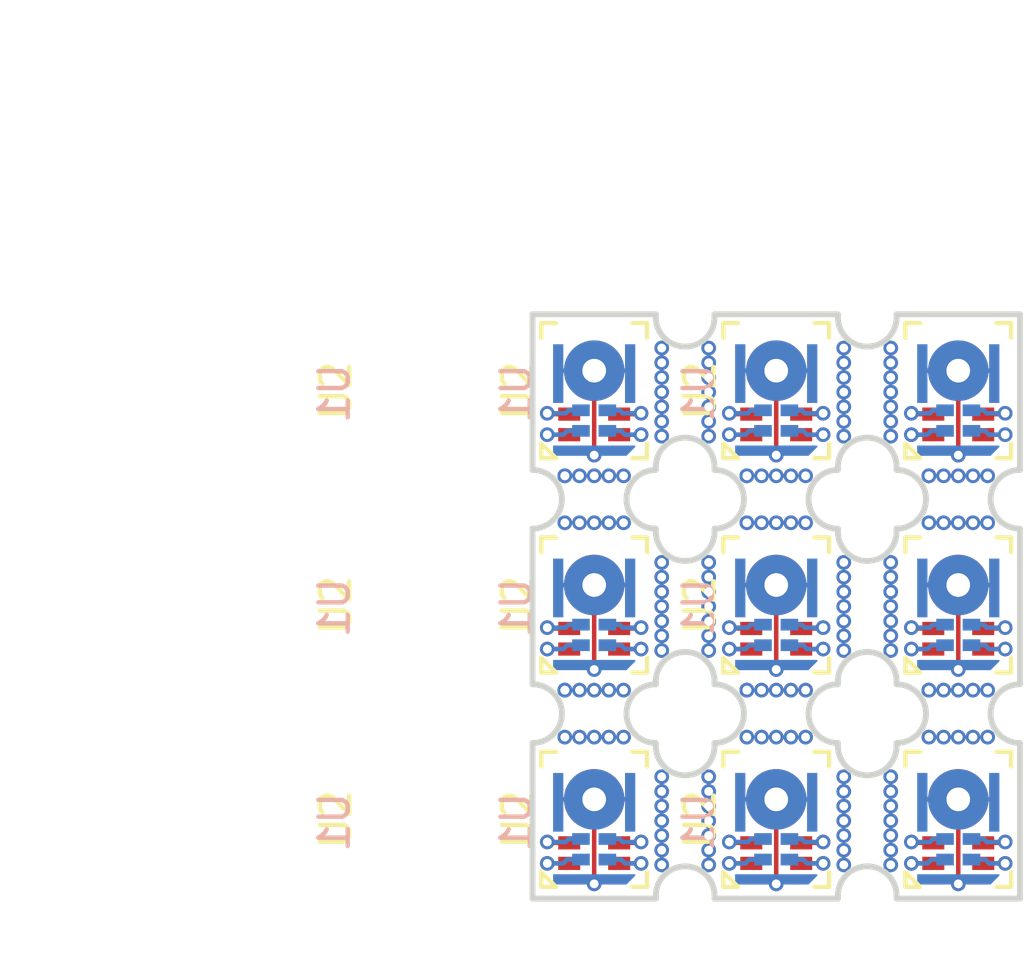
<source format=kicad_pcb>
(kicad_pcb (version 20171130) (host pcbnew 5.0.2-bee76a0~70~ubuntu18.04.1)

  (general
    (thickness 0.6)
    (drawings 62)
    (tracks 417)
    (zones 0)
    (modules 18)
    (nets 6)
  )

  (page A4)
  (layers
    (0 F.Cu signal)
    (31 B.Cu signal)
    (32 B.Adhes user)
    (33 F.Adhes user)
    (34 B.Paste user)
    (35 F.Paste user)
    (36 B.SilkS user)
    (37 F.SilkS user)
    (38 B.Mask user)
    (39 F.Mask user)
    (40 Dwgs.User user)
    (41 Cmts.User user)
    (42 Eco1.User user)
    (43 Eco2.User user)
    (44 Edge.Cuts user)
    (45 Margin user)
    (46 B.CrtYd user)
    (47 F.CrtYd user)
    (48 B.Fab user)
    (49 F.Fab user)
  )

  (setup
    (last_trace_width 0.1524)
    (trace_clearance 0.1524)
    (zone_clearance 0.508)
    (zone_45_only no)
    (trace_min 0.1524)
    (segment_width 0.2)
    (edge_width 0.15)
    (via_size 0.5)
    (via_drill 0.3)
    (via_min_size 0.4)
    (via_min_drill 0.3)
    (uvia_size 0.3)
    (uvia_drill 0.1)
    (uvias_allowed no)
    (uvia_min_size 0.2)
    (uvia_min_drill 0.1)
    (pcb_text_width 0.3)
    (pcb_text_size 1.5 1.5)
    (mod_edge_width 0.15)
    (mod_text_size 1 1)
    (mod_text_width 0.15)
    (pad_size 0.45 0.75)
    (pad_drill 0)
    (pad_to_mask_clearance 0.0508)
    (solder_mask_min_width 0.25)
    (pad_to_paste_clearance -0.0762)
    (aux_axis_origin 110 125.2)
    (grid_origin 110 125.2)
    (visible_elements FFFFFF7F)
    (pcbplotparams
      (layerselection 0x010fc_ffffffff)
      (usegerberextensions true)
      (usegerberattributes false)
      (usegerberadvancedattributes false)
      (creategerberjobfile false)
      (excludeedgelayer true)
      (linewidth 0.100000)
      (plotframeref false)
      (viasonmask false)
      (mode 1)
      (useauxorigin false)
      (hpglpennumber 1)
      (hpglpenspeed 20)
      (hpglpendiameter 15.000000)
      (psnegative false)
      (psa4output false)
      (plotreference false)
      (plotvalue false)
      (plotinvisibletext false)
      (padsonsilk false)
      (subtractmaskfromsilk false)
      (outputformat 1)
      (mirror false)
      (drillshape 0)
      (scaleselection 1)
      (outputdirectory "grb_3x3"))
  )

  (net 0 "")
  (net 1 "Net-(U1-Pad2)")
  (net 2 "Net-(U1-Pad4)")
  (net 3 "Net-(U1-Pad3)")
  (net 4 "Net-(U1-Pad1)")
  (net 5 GND)

  (net_class Default "This is the default net class."
    (clearance 0.1524)
    (trace_width 0.1524)
    (via_dia 0.5)
    (via_drill 0.3)
    (uvia_dia 0.3)
    (uvia_drill 0.1)
    (add_net GND)
    (add_net "Net-(U1-Pad1)")
    (add_net "Net-(U1-Pad2)")
    (add_net "Net-(U1-Pad3)")
    (add_net "Net-(U1-Pad4)")
  )

  (module Roboy_mod:IM69D130_Simic_uPhone (layer F.Cu) (tedit 5A98693D) (tstamp 5C08253A)
    (at 124.5 122.5 90)
    (path /5C05A438)
    (fp_text reference U2 (at 0 -8.8 90) (layer F.SilkS)
      (effects (font (size 1 1) (thickness 0.15)))
    )
    (fp_text value Simic_Infineon (at 0.25 -8.95 90) (layer F.Fab)
      (effects (font (size 1 1) (thickness 0.15)))
    )
    (fp_circle (center 0.68 0) (end -0.125 0) (layer F.Mask) (width 0.45))
    (fp_arc (start 0.68 0) (end -0.125 0) (angle 20) (layer F.Paste) (width 0.45))
    (fp_arc (start 0.68 0) (end 0.2775 0.69715) (angle 20) (layer F.Paste) (width 0.45))
    (fp_arc (start 0.68 0) (end 1.0825 0.69715) (angle 20) (layer F.Paste) (width 0.45))
    (fp_arc (start 0.68 0) (end 1.485 0) (angle 20) (layer F.Paste) (width 0.45))
    (fp_arc (start 0.68 0) (end 1.0825 -0.69715) (angle 20) (layer F.Paste) (width 0.45))
    (fp_arc (start 0.68 0) (end 0.2775 -0.69715) (angle 20) (layer F.Paste) (width 0.45))
    (fp_line (start -2 1.5) (end -2 -1.5) (layer F.Fab) (width 0.15))
    (fp_line (start 2 1.5) (end -2 1.5) (layer F.Fab) (width 0.15))
    (fp_line (start 2 -1.5) (end 2 1.5) (layer F.Fab) (width 0.15))
    (fp_line (start -2 -1.5) (end 2 -1.5) (layer F.Fab) (width 0.15))
    (fp_line (start -2.2 1.7) (end -2.2 -1.7) (layer F.CrtYd) (width 0.15))
    (fp_line (start 2.2 1.7) (end -2.2 1.7) (layer F.CrtYd) (width 0.15))
    (fp_line (start 2.2 -1.7) (end 2.2 1.7) (layer F.CrtYd) (width 0.15))
    (fp_line (start -2.2 -1.7) (end 2.2 -1.7) (layer F.CrtYd) (width 0.15))
    (fp_line (start -2.3 -1.8) (end -1.8 -1.8) (layer F.SilkS) (width 0.15))
    (fp_line (start -2.3 -1.3) (end -2.3 -1.8) (layer F.SilkS) (width 0.15))
    (fp_line (start 2.3 -1.8) (end 1.8 -1.8) (layer F.SilkS) (width 0.15))
    (fp_line (start 2.3 -1.8) (end 2.3 -1.3) (layer F.SilkS) (width 0.15))
    (fp_line (start 2.3 1.8) (end 2.3 1.3) (layer F.SilkS) (width 0.15))
    (fp_line (start 2.3 1.8) (end 1.8 1.8) (layer F.SilkS) (width 0.15))
    (fp_line (start -2.3 1.8) (end -1.8 1.8) (layer F.SilkS) (width 0.15))
    (fp_line (start -2.3 1.8) (end -2.3 1.3) (layer F.SilkS) (width 0.15))
    (fp_line (start -2.3 -1.3) (end -1.8 -1.8) (layer F.SilkS) (width 0.15))
    (pad 5 thru_hole circle (at 0.68 0 90) (size 2.06 2.06) (drill 0.8) (layers F.Cu)
      (net 5 GND) (zone_connect 0))
    (pad 1 smd rect (at -1.5 -0.85 90) (size 0.45 0.75) (layers F.Cu F.Paste F.Mask)
      (net 2 "Net-(U1-Pad4)"))
    (pad 3 smd rect (at -1.5 0.85 90) (size 0.45 0.75) (layers F.Cu F.Paste F.Mask)
      (net 4 "Net-(U1-Pad1)"))
    (pad 4 smd rect (at -0.8 0.85 90) (size 0.45 0.75) (layers F.Cu F.Paste F.Mask)
      (net 1 "Net-(U1-Pad2)"))
    (pad 2 smd rect (at -0.8 -0.85 90) (size 0.45 0.75) (layers F.Cu F.Paste F.Mask)
      (net 3 "Net-(U1-Pad3)"))
  )

  (module Roboy_mod:IM69D130_Simic_uPhone (layer F.Cu) (tedit 5A98693D) (tstamp 5C08251A)
    (at 118.3 122.5 90)
    (path /5C05A438)
    (fp_text reference U2 (at 0 -8.8 90) (layer F.SilkS)
      (effects (font (size 1 1) (thickness 0.15)))
    )
    (fp_text value Simic_Infineon (at 0.25 -8.95 90) (layer F.Fab)
      (effects (font (size 1 1) (thickness 0.15)))
    )
    (fp_circle (center 0.68 0) (end -0.125 0) (layer F.Mask) (width 0.45))
    (fp_arc (start 0.68 0) (end -0.125 0) (angle 20) (layer F.Paste) (width 0.45))
    (fp_arc (start 0.68 0) (end 0.2775 0.69715) (angle 20) (layer F.Paste) (width 0.45))
    (fp_arc (start 0.68 0) (end 1.0825 0.69715) (angle 20) (layer F.Paste) (width 0.45))
    (fp_arc (start 0.68 0) (end 1.485 0) (angle 20) (layer F.Paste) (width 0.45))
    (fp_arc (start 0.68 0) (end 1.0825 -0.69715) (angle 20) (layer F.Paste) (width 0.45))
    (fp_arc (start 0.68 0) (end 0.2775 -0.69715) (angle 20) (layer F.Paste) (width 0.45))
    (fp_line (start -2 1.5) (end -2 -1.5) (layer F.Fab) (width 0.15))
    (fp_line (start 2 1.5) (end -2 1.5) (layer F.Fab) (width 0.15))
    (fp_line (start 2 -1.5) (end 2 1.5) (layer F.Fab) (width 0.15))
    (fp_line (start -2 -1.5) (end 2 -1.5) (layer F.Fab) (width 0.15))
    (fp_line (start -2.2 1.7) (end -2.2 -1.7) (layer F.CrtYd) (width 0.15))
    (fp_line (start 2.2 1.7) (end -2.2 1.7) (layer F.CrtYd) (width 0.15))
    (fp_line (start 2.2 -1.7) (end 2.2 1.7) (layer F.CrtYd) (width 0.15))
    (fp_line (start -2.2 -1.7) (end 2.2 -1.7) (layer F.CrtYd) (width 0.15))
    (fp_line (start -2.3 -1.8) (end -1.8 -1.8) (layer F.SilkS) (width 0.15))
    (fp_line (start -2.3 -1.3) (end -2.3 -1.8) (layer F.SilkS) (width 0.15))
    (fp_line (start 2.3 -1.8) (end 1.8 -1.8) (layer F.SilkS) (width 0.15))
    (fp_line (start 2.3 -1.8) (end 2.3 -1.3) (layer F.SilkS) (width 0.15))
    (fp_line (start 2.3 1.8) (end 2.3 1.3) (layer F.SilkS) (width 0.15))
    (fp_line (start 2.3 1.8) (end 1.8 1.8) (layer F.SilkS) (width 0.15))
    (fp_line (start -2.3 1.8) (end -1.8 1.8) (layer F.SilkS) (width 0.15))
    (fp_line (start -2.3 1.8) (end -2.3 1.3) (layer F.SilkS) (width 0.15))
    (fp_line (start -2.3 -1.3) (end -1.8 -1.8) (layer F.SilkS) (width 0.15))
    (pad 5 thru_hole circle (at 0.68 0 90) (size 2.06 2.06) (drill 0.8) (layers F.Cu)
      (net 5 GND) (zone_connect 0))
    (pad 1 smd rect (at -1.5 -0.85 90) (size 0.45 0.75) (layers F.Cu F.Paste F.Mask)
      (net 2 "Net-(U1-Pad4)"))
    (pad 3 smd rect (at -1.5 0.85 90) (size 0.45 0.75) (layers F.Cu F.Paste F.Mask)
      (net 4 "Net-(U1-Pad1)"))
    (pad 4 smd rect (at -0.8 0.85 90) (size 0.45 0.75) (layers F.Cu F.Paste F.Mask)
      (net 1 "Net-(U1-Pad2)"))
    (pad 2 smd rect (at -0.8 -0.85 90) (size 0.45 0.75) (layers F.Cu F.Paste F.Mask)
      (net 3 "Net-(U1-Pad3)"))
  )

  (module Roboy_mod:IM69D130_Simic_uPhone (layer F.Cu) (tedit 5C08230D) (tstamp 5C0824FA)
    (at 112.1 122.5 90)
    (path /5C05A438)
    (fp_text reference U2 (at 0 -8.8 90) (layer F.SilkS)
      (effects (font (size 1 1) (thickness 0.15)))
    )
    (fp_text value Simic_Infineon (at 0.25 -8.95 90) (layer F.Fab)
      (effects (font (size 1 1) (thickness 0.15)))
    )
    (fp_line (start -2.3 -1.3) (end -1.8 -1.8) (layer F.SilkS) (width 0.15))
    (fp_line (start -2.3 1.8) (end -2.3 1.3) (layer F.SilkS) (width 0.15))
    (fp_line (start -2.3 1.8) (end -1.8 1.8) (layer F.SilkS) (width 0.15))
    (fp_line (start 2.3 1.8) (end 1.8 1.8) (layer F.SilkS) (width 0.15))
    (fp_line (start 2.3 1.8) (end 2.3 1.3) (layer F.SilkS) (width 0.15))
    (fp_line (start 2.3 -1.8) (end 2.3 -1.3) (layer F.SilkS) (width 0.15))
    (fp_line (start 2.3 -1.8) (end 1.8 -1.8) (layer F.SilkS) (width 0.15))
    (fp_line (start -2.3 -1.3) (end -2.3 -1.8) (layer F.SilkS) (width 0.15))
    (fp_line (start -2.3 -1.8) (end -1.8 -1.8) (layer F.SilkS) (width 0.15))
    (fp_line (start -2.2 -1.7) (end 2.2 -1.7) (layer F.CrtYd) (width 0.15))
    (fp_line (start 2.2 -1.7) (end 2.2 1.7) (layer F.CrtYd) (width 0.15))
    (fp_line (start 2.2 1.7) (end -2.2 1.7) (layer F.CrtYd) (width 0.15))
    (fp_line (start -2.2 1.7) (end -2.2 -1.7) (layer F.CrtYd) (width 0.15))
    (fp_line (start -2 -1.5) (end 2 -1.5) (layer F.Fab) (width 0.15))
    (fp_line (start 2 -1.5) (end 2 1.5) (layer F.Fab) (width 0.15))
    (fp_line (start 2 1.5) (end -2 1.5) (layer F.Fab) (width 0.15))
    (fp_line (start -2 1.5) (end -2 -1.5) (layer F.Fab) (width 0.15))
    (fp_arc (start 0.68 0) (end 0.2775 -0.69715) (angle 20) (layer F.Paste) (width 0.45))
    (fp_arc (start 0.68 0) (end 1.0825 -0.69715) (angle 20) (layer F.Paste) (width 0.45))
    (fp_arc (start 0.68 0) (end 1.485 0) (angle 20) (layer F.Paste) (width 0.45))
    (fp_arc (start 0.68 0) (end 1.0825 0.69715) (angle 20) (layer F.Paste) (width 0.45))
    (fp_arc (start 0.68 0) (end 0.2775 0.69715) (angle 20) (layer F.Paste) (width 0.45))
    (fp_arc (start 0.68 0) (end -0.125 0) (angle 20) (layer F.Paste) (width 0.45))
    (fp_circle (center 0.68 0) (end -0.125 0) (layer F.Mask) (width 0.45))
    (pad 2 smd rect (at -0.8 -0.85 90) (size 0.45 0.75) (layers F.Cu F.Paste F.Mask)
      (net 3 "Net-(U1-Pad3)"))
    (pad 4 smd rect (at -0.8 0.85 90) (size 0.45 0.75) (layers F.Cu F.Paste F.Mask)
      (net 1 "Net-(U1-Pad2)"))
    (pad 3 smd rect (at -1.5 0.85 90) (size 0.45 0.75) (layers F.Cu F.Paste F.Mask)
      (net 4 "Net-(U1-Pad1)"))
    (pad 1 smd rect (at -1.5 -0.85 90) (size 0.45 0.75) (layers F.Cu F.Paste F.Mask)
      (net 2 "Net-(U1-Pad4)"))
    (pad 5 thru_hole circle (at 0.68 0 90) (size 2.06 2.06) (drill 0.8) (layers F.Cu)
      (net 5 GND) (zone_connect 0))
  )

  (module Roboy_mod:IM69D130_Simic_uPhone (layer F.Cu) (tedit 5A98693D) (tstamp 5C08249A)
    (at 124.5 115.2 90)
    (path /5C05A438)
    (fp_text reference U2 (at 0 -8.8 90) (layer F.SilkS)
      (effects (font (size 1 1) (thickness 0.15)))
    )
    (fp_text value Simic_Infineon (at 0.25 -8.95 90) (layer F.Fab)
      (effects (font (size 1 1) (thickness 0.15)))
    )
    (fp_circle (center 0.68 0) (end -0.125 0) (layer F.Mask) (width 0.45))
    (fp_arc (start 0.68 0) (end -0.125 0) (angle 20) (layer F.Paste) (width 0.45))
    (fp_arc (start 0.68 0) (end 0.2775 0.69715) (angle 20) (layer F.Paste) (width 0.45))
    (fp_arc (start 0.68 0) (end 1.0825 0.69715) (angle 20) (layer F.Paste) (width 0.45))
    (fp_arc (start 0.68 0) (end 1.485 0) (angle 20) (layer F.Paste) (width 0.45))
    (fp_arc (start 0.68 0) (end 1.0825 -0.69715) (angle 20) (layer F.Paste) (width 0.45))
    (fp_arc (start 0.68 0) (end 0.2775 -0.69715) (angle 20) (layer F.Paste) (width 0.45))
    (fp_line (start -2 1.5) (end -2 -1.5) (layer F.Fab) (width 0.15))
    (fp_line (start 2 1.5) (end -2 1.5) (layer F.Fab) (width 0.15))
    (fp_line (start 2 -1.5) (end 2 1.5) (layer F.Fab) (width 0.15))
    (fp_line (start -2 -1.5) (end 2 -1.5) (layer F.Fab) (width 0.15))
    (fp_line (start -2.2 1.7) (end -2.2 -1.7) (layer F.CrtYd) (width 0.15))
    (fp_line (start 2.2 1.7) (end -2.2 1.7) (layer F.CrtYd) (width 0.15))
    (fp_line (start 2.2 -1.7) (end 2.2 1.7) (layer F.CrtYd) (width 0.15))
    (fp_line (start -2.2 -1.7) (end 2.2 -1.7) (layer F.CrtYd) (width 0.15))
    (fp_line (start -2.3 -1.8) (end -1.8 -1.8) (layer F.SilkS) (width 0.15))
    (fp_line (start -2.3 -1.3) (end -2.3 -1.8) (layer F.SilkS) (width 0.15))
    (fp_line (start 2.3 -1.8) (end 1.8 -1.8) (layer F.SilkS) (width 0.15))
    (fp_line (start 2.3 -1.8) (end 2.3 -1.3) (layer F.SilkS) (width 0.15))
    (fp_line (start 2.3 1.8) (end 2.3 1.3) (layer F.SilkS) (width 0.15))
    (fp_line (start 2.3 1.8) (end 1.8 1.8) (layer F.SilkS) (width 0.15))
    (fp_line (start -2.3 1.8) (end -1.8 1.8) (layer F.SilkS) (width 0.15))
    (fp_line (start -2.3 1.8) (end -2.3 1.3) (layer F.SilkS) (width 0.15))
    (fp_line (start -2.3 -1.3) (end -1.8 -1.8) (layer F.SilkS) (width 0.15))
    (pad 5 thru_hole circle (at 0.68 0 90) (size 2.06 2.06) (drill 0.8) (layers F.Cu)
      (net 5 GND) (zone_connect 0))
    (pad 1 smd rect (at -1.5 -0.85 90) (size 0.45 0.75) (layers F.Cu F.Paste F.Mask)
      (net 2 "Net-(U1-Pad4)"))
    (pad 3 smd rect (at -1.5 0.85 90) (size 0.45 0.75) (layers F.Cu F.Paste F.Mask)
      (net 4 "Net-(U1-Pad1)"))
    (pad 4 smd rect (at -0.8 0.85 90) (size 0.45 0.75) (layers F.Cu F.Paste F.Mask)
      (net 1 "Net-(U1-Pad2)"))
    (pad 2 smd rect (at -0.8 -0.85 90) (size 0.45 0.75) (layers F.Cu F.Paste F.Mask)
      (net 3 "Net-(U1-Pad3)"))
  )

  (module Roboy_mod:IM69D130_Simic_uPhone (layer F.Cu) (tedit 5A98693D) (tstamp 5C08247A)
    (at 118.3 115.2 90)
    (path /5C05A438)
    (fp_text reference U2 (at 0 -8.8 90) (layer F.SilkS)
      (effects (font (size 1 1) (thickness 0.15)))
    )
    (fp_text value Simic_Infineon (at 0.25 -8.95 90) (layer F.Fab)
      (effects (font (size 1 1) (thickness 0.15)))
    )
    (fp_circle (center 0.68 0) (end -0.125 0) (layer F.Mask) (width 0.45))
    (fp_arc (start 0.68 0) (end -0.125 0) (angle 20) (layer F.Paste) (width 0.45))
    (fp_arc (start 0.68 0) (end 0.2775 0.69715) (angle 20) (layer F.Paste) (width 0.45))
    (fp_arc (start 0.68 0) (end 1.0825 0.69715) (angle 20) (layer F.Paste) (width 0.45))
    (fp_arc (start 0.68 0) (end 1.485 0) (angle 20) (layer F.Paste) (width 0.45))
    (fp_arc (start 0.68 0) (end 1.0825 -0.69715) (angle 20) (layer F.Paste) (width 0.45))
    (fp_arc (start 0.68 0) (end 0.2775 -0.69715) (angle 20) (layer F.Paste) (width 0.45))
    (fp_line (start -2 1.5) (end -2 -1.5) (layer F.Fab) (width 0.15))
    (fp_line (start 2 1.5) (end -2 1.5) (layer F.Fab) (width 0.15))
    (fp_line (start 2 -1.5) (end 2 1.5) (layer F.Fab) (width 0.15))
    (fp_line (start -2 -1.5) (end 2 -1.5) (layer F.Fab) (width 0.15))
    (fp_line (start -2.2 1.7) (end -2.2 -1.7) (layer F.CrtYd) (width 0.15))
    (fp_line (start 2.2 1.7) (end -2.2 1.7) (layer F.CrtYd) (width 0.15))
    (fp_line (start 2.2 -1.7) (end 2.2 1.7) (layer F.CrtYd) (width 0.15))
    (fp_line (start -2.2 -1.7) (end 2.2 -1.7) (layer F.CrtYd) (width 0.15))
    (fp_line (start -2.3 -1.8) (end -1.8 -1.8) (layer F.SilkS) (width 0.15))
    (fp_line (start -2.3 -1.3) (end -2.3 -1.8) (layer F.SilkS) (width 0.15))
    (fp_line (start 2.3 -1.8) (end 1.8 -1.8) (layer F.SilkS) (width 0.15))
    (fp_line (start 2.3 -1.8) (end 2.3 -1.3) (layer F.SilkS) (width 0.15))
    (fp_line (start 2.3 1.8) (end 2.3 1.3) (layer F.SilkS) (width 0.15))
    (fp_line (start 2.3 1.8) (end 1.8 1.8) (layer F.SilkS) (width 0.15))
    (fp_line (start -2.3 1.8) (end -1.8 1.8) (layer F.SilkS) (width 0.15))
    (fp_line (start -2.3 1.8) (end -2.3 1.3) (layer F.SilkS) (width 0.15))
    (fp_line (start -2.3 -1.3) (end -1.8 -1.8) (layer F.SilkS) (width 0.15))
    (pad 5 thru_hole circle (at 0.68 0 90) (size 2.06 2.06) (drill 0.8) (layers F.Cu)
      (net 5 GND) (zone_connect 0))
    (pad 1 smd rect (at -1.5 -0.85 90) (size 0.45 0.75) (layers F.Cu F.Paste F.Mask)
      (net 2 "Net-(U1-Pad4)"))
    (pad 3 smd rect (at -1.5 0.85 90) (size 0.45 0.75) (layers F.Cu F.Paste F.Mask)
      (net 4 "Net-(U1-Pad1)"))
    (pad 4 smd rect (at -0.8 0.85 90) (size 0.45 0.75) (layers F.Cu F.Paste F.Mask)
      (net 1 "Net-(U1-Pad2)"))
    (pad 2 smd rect (at -0.8 -0.85 90) (size 0.45 0.75) (layers F.Cu F.Paste F.Mask)
      (net 3 "Net-(U1-Pad3)"))
  )

  (module Roboy_mod:IM69D130_Simic_uPhone (layer F.Cu) (tedit 5A98693D) (tstamp 5C08245A)
    (at 112.1 115.2 90)
    (path /5C05A438)
    (fp_text reference U2 (at 0 -8.8 90) (layer F.SilkS)
      (effects (font (size 1 1) (thickness 0.15)))
    )
    (fp_text value Simic_Infineon (at 0.25 -8.95 90) (layer F.Fab)
      (effects (font (size 1 1) (thickness 0.15)))
    )
    (fp_circle (center 0.68 0) (end -0.125 0) (layer F.Mask) (width 0.45))
    (fp_arc (start 0.68 0) (end -0.125 0) (angle 20) (layer F.Paste) (width 0.45))
    (fp_arc (start 0.68 0) (end 0.2775 0.69715) (angle 20) (layer F.Paste) (width 0.45))
    (fp_arc (start 0.68 0) (end 1.0825 0.69715) (angle 20) (layer F.Paste) (width 0.45))
    (fp_arc (start 0.68 0) (end 1.485 0) (angle 20) (layer F.Paste) (width 0.45))
    (fp_arc (start 0.68 0) (end 1.0825 -0.69715) (angle 20) (layer F.Paste) (width 0.45))
    (fp_arc (start 0.68 0) (end 0.2775 -0.69715) (angle 20) (layer F.Paste) (width 0.45))
    (fp_line (start -2 1.5) (end -2 -1.5) (layer F.Fab) (width 0.15))
    (fp_line (start 2 1.5) (end -2 1.5) (layer F.Fab) (width 0.15))
    (fp_line (start 2 -1.5) (end 2 1.5) (layer F.Fab) (width 0.15))
    (fp_line (start -2 -1.5) (end 2 -1.5) (layer F.Fab) (width 0.15))
    (fp_line (start -2.2 1.7) (end -2.2 -1.7) (layer F.CrtYd) (width 0.15))
    (fp_line (start 2.2 1.7) (end -2.2 1.7) (layer F.CrtYd) (width 0.15))
    (fp_line (start 2.2 -1.7) (end 2.2 1.7) (layer F.CrtYd) (width 0.15))
    (fp_line (start -2.2 -1.7) (end 2.2 -1.7) (layer F.CrtYd) (width 0.15))
    (fp_line (start -2.3 -1.8) (end -1.8 -1.8) (layer F.SilkS) (width 0.15))
    (fp_line (start -2.3 -1.3) (end -2.3 -1.8) (layer F.SilkS) (width 0.15))
    (fp_line (start 2.3 -1.8) (end 1.8 -1.8) (layer F.SilkS) (width 0.15))
    (fp_line (start 2.3 -1.8) (end 2.3 -1.3) (layer F.SilkS) (width 0.15))
    (fp_line (start 2.3 1.8) (end 2.3 1.3) (layer F.SilkS) (width 0.15))
    (fp_line (start 2.3 1.8) (end 1.8 1.8) (layer F.SilkS) (width 0.15))
    (fp_line (start -2.3 1.8) (end -1.8 1.8) (layer F.SilkS) (width 0.15))
    (fp_line (start -2.3 1.8) (end -2.3 1.3) (layer F.SilkS) (width 0.15))
    (fp_line (start -2.3 -1.3) (end -1.8 -1.8) (layer F.SilkS) (width 0.15))
    (pad 5 thru_hole circle (at 0.68 0 90) (size 2.06 2.06) (drill 0.8) (layers F.Cu)
      (net 5 GND) (zone_connect 0))
    (pad 1 smd rect (at -1.5 -0.85 90) (size 0.45 0.75) (layers F.Cu F.Paste F.Mask)
      (net 2 "Net-(U1-Pad4)"))
    (pad 3 smd rect (at -1.5 0.85 90) (size 0.45 0.75) (layers F.Cu F.Paste F.Mask)
      (net 4 "Net-(U1-Pad1)"))
    (pad 4 smd rect (at -0.8 0.85 90) (size 0.45 0.75) (layers F.Cu F.Paste F.Mask)
      (net 1 "Net-(U1-Pad2)"))
    (pad 2 smd rect (at -0.8 -0.85 90) (size 0.45 0.75) (layers F.Cu F.Paste F.Mask)
      (net 3 "Net-(U1-Pad3)"))
  )

  (module Roboy_mod:IM69D130_Simic_uPhone (layer F.Cu) (tedit 5A98693D) (tstamp 5C0823FA)
    (at 124.5 107.9 90)
    (path /5C05A438)
    (fp_text reference U2 (at 0 -8.8 90) (layer F.SilkS)
      (effects (font (size 1 1) (thickness 0.15)))
    )
    (fp_text value Simic_Infineon (at 0.25 -8.95 90) (layer F.Fab)
      (effects (font (size 1 1) (thickness 0.15)))
    )
    (fp_circle (center 0.68 0) (end -0.125 0) (layer F.Mask) (width 0.45))
    (fp_arc (start 0.68 0) (end -0.125 0) (angle 20) (layer F.Paste) (width 0.45))
    (fp_arc (start 0.68 0) (end 0.2775 0.69715) (angle 20) (layer F.Paste) (width 0.45))
    (fp_arc (start 0.68 0) (end 1.0825 0.69715) (angle 20) (layer F.Paste) (width 0.45))
    (fp_arc (start 0.68 0) (end 1.485 0) (angle 20) (layer F.Paste) (width 0.45))
    (fp_arc (start 0.68 0) (end 1.0825 -0.69715) (angle 20) (layer F.Paste) (width 0.45))
    (fp_arc (start 0.68 0) (end 0.2775 -0.69715) (angle 20) (layer F.Paste) (width 0.45))
    (fp_line (start -2 1.5) (end -2 -1.5) (layer F.Fab) (width 0.15))
    (fp_line (start 2 1.5) (end -2 1.5) (layer F.Fab) (width 0.15))
    (fp_line (start 2 -1.5) (end 2 1.5) (layer F.Fab) (width 0.15))
    (fp_line (start -2 -1.5) (end 2 -1.5) (layer F.Fab) (width 0.15))
    (fp_line (start -2.2 1.7) (end -2.2 -1.7) (layer F.CrtYd) (width 0.15))
    (fp_line (start 2.2 1.7) (end -2.2 1.7) (layer F.CrtYd) (width 0.15))
    (fp_line (start 2.2 -1.7) (end 2.2 1.7) (layer F.CrtYd) (width 0.15))
    (fp_line (start -2.2 -1.7) (end 2.2 -1.7) (layer F.CrtYd) (width 0.15))
    (fp_line (start -2.3 -1.8) (end -1.8 -1.8) (layer F.SilkS) (width 0.15))
    (fp_line (start -2.3 -1.3) (end -2.3 -1.8) (layer F.SilkS) (width 0.15))
    (fp_line (start 2.3 -1.8) (end 1.8 -1.8) (layer F.SilkS) (width 0.15))
    (fp_line (start 2.3 -1.8) (end 2.3 -1.3) (layer F.SilkS) (width 0.15))
    (fp_line (start 2.3 1.8) (end 2.3 1.3) (layer F.SilkS) (width 0.15))
    (fp_line (start 2.3 1.8) (end 1.8 1.8) (layer F.SilkS) (width 0.15))
    (fp_line (start -2.3 1.8) (end -1.8 1.8) (layer F.SilkS) (width 0.15))
    (fp_line (start -2.3 1.8) (end -2.3 1.3) (layer F.SilkS) (width 0.15))
    (fp_line (start -2.3 -1.3) (end -1.8 -1.8) (layer F.SilkS) (width 0.15))
    (pad 5 thru_hole circle (at 0.68 0 90) (size 2.06 2.06) (drill 0.8) (layers F.Cu)
      (net 5 GND) (zone_connect 0))
    (pad 1 smd rect (at -1.5 -0.85 90) (size 0.45 0.75) (layers F.Cu F.Paste F.Mask)
      (net 2 "Net-(U1-Pad4)"))
    (pad 3 smd rect (at -1.5 0.85 90) (size 0.45 0.75) (layers F.Cu F.Paste F.Mask)
      (net 4 "Net-(U1-Pad1)"))
    (pad 4 smd rect (at -0.8 0.85 90) (size 0.45 0.75) (layers F.Cu F.Paste F.Mask)
      (net 1 "Net-(U1-Pad2)"))
    (pad 2 smd rect (at -0.8 -0.85 90) (size 0.45 0.75) (layers F.Cu F.Paste F.Mask)
      (net 3 "Net-(U1-Pad3)"))
  )

  (module Roboy_mod:IM69D130_Simic_uPhone (layer F.Cu) (tedit 5A98693D) (tstamp 5C0823DA)
    (at 118.3 107.9 90)
    (path /5C05A438)
    (fp_text reference U2 (at 0 -8.8 90) (layer F.SilkS)
      (effects (font (size 1 1) (thickness 0.15)))
    )
    (fp_text value Simic_Infineon (at 0.25 -8.95 90) (layer F.Fab)
      (effects (font (size 1 1) (thickness 0.15)))
    )
    (fp_circle (center 0.68 0) (end -0.125 0) (layer F.Mask) (width 0.45))
    (fp_arc (start 0.68 0) (end -0.125 0) (angle 20) (layer F.Paste) (width 0.45))
    (fp_arc (start 0.68 0) (end 0.2775 0.69715) (angle 20) (layer F.Paste) (width 0.45))
    (fp_arc (start 0.68 0) (end 1.0825 0.69715) (angle 20) (layer F.Paste) (width 0.45))
    (fp_arc (start 0.68 0) (end 1.485 0) (angle 20) (layer F.Paste) (width 0.45))
    (fp_arc (start 0.68 0) (end 1.0825 -0.69715) (angle 20) (layer F.Paste) (width 0.45))
    (fp_arc (start 0.68 0) (end 0.2775 -0.69715) (angle 20) (layer F.Paste) (width 0.45))
    (fp_line (start -2 1.5) (end -2 -1.5) (layer F.Fab) (width 0.15))
    (fp_line (start 2 1.5) (end -2 1.5) (layer F.Fab) (width 0.15))
    (fp_line (start 2 -1.5) (end 2 1.5) (layer F.Fab) (width 0.15))
    (fp_line (start -2 -1.5) (end 2 -1.5) (layer F.Fab) (width 0.15))
    (fp_line (start -2.2 1.7) (end -2.2 -1.7) (layer F.CrtYd) (width 0.15))
    (fp_line (start 2.2 1.7) (end -2.2 1.7) (layer F.CrtYd) (width 0.15))
    (fp_line (start 2.2 -1.7) (end 2.2 1.7) (layer F.CrtYd) (width 0.15))
    (fp_line (start -2.2 -1.7) (end 2.2 -1.7) (layer F.CrtYd) (width 0.15))
    (fp_line (start -2.3 -1.8) (end -1.8 -1.8) (layer F.SilkS) (width 0.15))
    (fp_line (start -2.3 -1.3) (end -2.3 -1.8) (layer F.SilkS) (width 0.15))
    (fp_line (start 2.3 -1.8) (end 1.8 -1.8) (layer F.SilkS) (width 0.15))
    (fp_line (start 2.3 -1.8) (end 2.3 -1.3) (layer F.SilkS) (width 0.15))
    (fp_line (start 2.3 1.8) (end 2.3 1.3) (layer F.SilkS) (width 0.15))
    (fp_line (start 2.3 1.8) (end 1.8 1.8) (layer F.SilkS) (width 0.15))
    (fp_line (start -2.3 1.8) (end -1.8 1.8) (layer F.SilkS) (width 0.15))
    (fp_line (start -2.3 1.8) (end -2.3 1.3) (layer F.SilkS) (width 0.15))
    (fp_line (start -2.3 -1.3) (end -1.8 -1.8) (layer F.SilkS) (width 0.15))
    (pad 5 thru_hole circle (at 0.68 0 90) (size 2.06 2.06) (drill 0.8) (layers F.Cu)
      (net 5 GND) (zone_connect 0))
    (pad 1 smd rect (at -1.5 -0.85 90) (size 0.45 0.75) (layers F.Cu F.Paste F.Mask)
      (net 2 "Net-(U1-Pad4)"))
    (pad 3 smd rect (at -1.5 0.85 90) (size 0.45 0.75) (layers F.Cu F.Paste F.Mask)
      (net 4 "Net-(U1-Pad1)"))
    (pad 4 smd rect (at -0.8 0.85 90) (size 0.45 0.75) (layers F.Cu F.Paste F.Mask)
      (net 1 "Net-(U1-Pad2)"))
    (pad 2 smd rect (at -0.8 -0.85 90) (size 0.45 0.75) (layers F.Cu F.Paste F.Mask)
      (net 3 "Net-(U1-Pad3)"))
  )

  (module Roboy_mod:IM69D130_Simic_uPhone (layer F.Cu) (tedit 5A98693D) (tstamp 5C0823BA)
    (at 112.1 107.9 90)
    (path /5C05A438)
    (fp_text reference U2 (at 0 -8.8 90) (layer F.SilkS)
      (effects (font (size 1 1) (thickness 0.15)))
    )
    (fp_text value Simic_Infineon (at 0.25 -8.95 90) (layer F.Fab)
      (effects (font (size 1 1) (thickness 0.15)))
    )
    (fp_circle (center 0.68 0) (end -0.125 0) (layer F.Mask) (width 0.45))
    (fp_arc (start 0.68 0) (end -0.125 0) (angle 20) (layer F.Paste) (width 0.45))
    (fp_arc (start 0.68 0) (end 0.2775 0.69715) (angle 20) (layer F.Paste) (width 0.45))
    (fp_arc (start 0.68 0) (end 1.0825 0.69715) (angle 20) (layer F.Paste) (width 0.45))
    (fp_arc (start 0.68 0) (end 1.485 0) (angle 20) (layer F.Paste) (width 0.45))
    (fp_arc (start 0.68 0) (end 1.0825 -0.69715) (angle 20) (layer F.Paste) (width 0.45))
    (fp_arc (start 0.68 0) (end 0.2775 -0.69715) (angle 20) (layer F.Paste) (width 0.45))
    (fp_line (start -2 1.5) (end -2 -1.5) (layer F.Fab) (width 0.15))
    (fp_line (start 2 1.5) (end -2 1.5) (layer F.Fab) (width 0.15))
    (fp_line (start 2 -1.5) (end 2 1.5) (layer F.Fab) (width 0.15))
    (fp_line (start -2 -1.5) (end 2 -1.5) (layer F.Fab) (width 0.15))
    (fp_line (start -2.2 1.7) (end -2.2 -1.7) (layer F.CrtYd) (width 0.15))
    (fp_line (start 2.2 1.7) (end -2.2 1.7) (layer F.CrtYd) (width 0.15))
    (fp_line (start 2.2 -1.7) (end 2.2 1.7) (layer F.CrtYd) (width 0.15))
    (fp_line (start -2.2 -1.7) (end 2.2 -1.7) (layer F.CrtYd) (width 0.15))
    (fp_line (start -2.3 -1.8) (end -1.8 -1.8) (layer F.SilkS) (width 0.15))
    (fp_line (start -2.3 -1.3) (end -2.3 -1.8) (layer F.SilkS) (width 0.15))
    (fp_line (start 2.3 -1.8) (end 1.8 -1.8) (layer F.SilkS) (width 0.15))
    (fp_line (start 2.3 -1.8) (end 2.3 -1.3) (layer F.SilkS) (width 0.15))
    (fp_line (start 2.3 1.8) (end 2.3 1.3) (layer F.SilkS) (width 0.15))
    (fp_line (start 2.3 1.8) (end 1.8 1.8) (layer F.SilkS) (width 0.15))
    (fp_line (start -2.3 1.8) (end -1.8 1.8) (layer F.SilkS) (width 0.15))
    (fp_line (start -2.3 1.8) (end -2.3 1.3) (layer F.SilkS) (width 0.15))
    (fp_line (start -2.3 -1.3) (end -1.8 -1.8) (layer F.SilkS) (width 0.15))
    (pad 5 thru_hole circle (at 0.68 0 90) (size 2.06 2.06) (drill 0.8) (layers F.Cu)
      (net 5 GND) (zone_connect 0))
    (pad 1 smd rect (at -1.5 -0.85 90) (size 0.45 0.75) (layers F.Cu F.Paste F.Mask)
      (net 2 "Net-(U1-Pad4)"))
    (pad 3 smd rect (at -1.5 0.85 90) (size 0.45 0.75) (layers F.Cu F.Paste F.Mask)
      (net 4 "Net-(U1-Pad1)"))
    (pad 4 smd rect (at -0.8 0.85 90) (size 0.45 0.75) (layers F.Cu F.Paste F.Mask)
      (net 1 "Net-(U1-Pad2)"))
    (pad 2 smd rect (at -0.8 -0.85 90) (size 0.45 0.75) (layers F.Cu F.Paste F.Mask)
      (net 3 "Net-(U1-Pad3)"))
  )

  (module Roboy_mod:MP34DB02_chip_side_nocage (layer B.Cu) (tedit 5C080416) (tstamp 5C08225E)
    (at 124.5 122.82 90)
    (path /5C074418)
    (fp_text reference U1 (at 0.22 -8.85 90) (layer B.SilkS)
      (effects (font (size 1 1) (thickness 0.15)) (justify mirror))
    )
    (fp_text value MP34DB02 (at 0.42 -8.9 90) (layer B.Fab)
      (effects (font (size 1 1) (thickness 0.15)) (justify mirror))
    )
    (fp_line (start -2 1.5) (end 2 1.5) (layer B.Fab) (width 0.15))
    (fp_line (start 2 1.5) (end 2 -1.5) (layer B.Fab) (width 0.15))
    (fp_line (start 2 -1.5) (end -2 -1.5) (layer B.Fab) (width 0.15))
    (fp_line (start -2 -1.5) (end -2 1.5) (layer B.Fab) (width 0.15))
    (fp_circle (center 1 0) (end 1.7 0) (layer B.Mask) (width 0.3))
    (fp_line (start -2.2 1.7) (end 2.2 1.7) (layer B.CrtYd) (width 0.15))
    (fp_line (start 2.2 1.7) (end 2.2 -1.7) (layer B.CrtYd) (width 0.15))
    (fp_line (start 2.2 -1.7) (end -2.2 -1.7) (layer B.CrtYd) (width 0.15))
    (fp_line (start -2.2 -1.7) (end -2.2 1.7) (layer B.CrtYd) (width 0.15))
    (pad 1 smd rect (at -1.05 0.45 90) (size 0.4 0.6) (layers B.Cu B.Paste B.Mask)
      (net 4 "Net-(U1-Pad1)"))
    (pad 4 smd rect (at -1.05 -0.45 90) (size 0.4 0.6) (layers B.Cu B.Paste B.Mask)
      (net 2 "Net-(U1-Pad4)"))
    (pad 2 smd rect (at -0.35 0.45 90) (size 0.4 0.6) (layers B.Cu B.Paste B.Mask)
      (net 1 "Net-(U1-Pad2)"))
    (pad 3 smd rect (at -0.35 -0.45 90) (size 0.4 0.6) (layers B.Cu B.Paste B.Mask)
      (net 3 "Net-(U1-Pad3)"))
    (pad 5 thru_hole circle (at 1 0 90) (size 1.7 1.7) (drill 0.8) (layers B.Cu)
      (net 5 GND))
    (pad 5 smd custom (at -1.725 -0.175 90) (size 0.35 2.45) (layers B.Cu B.Paste B.Mask)
      (net 5 GND) (zone_connect 0)
      (options (clearance outline) (anchor rect))
      (primitives
        (gr_poly (pts
           (xy -0.175 1.225) (xy 0.175 1.225) (xy 0.175 1.575) (xy 0.125 1.575) (xy -0.175 1.275)
) (width 0))
      ))
    (pad 5 smd rect (at 0.9 1.225 90) (size 2 0.35) (layers B.Cu B.Paste B.Mask)
      (net 5 GND))
    (pad 5 smd rect (at 0.9 -1.225 90) (size 2 0.35) (layers B.Cu B.Paste B.Mask)
      (net 5 GND))
  )

  (module Roboy_mod:MP34DB02_chip_side_nocage (layer B.Cu) (tedit 5C080416) (tstamp 5C08224A)
    (at 118.3 122.82 90)
    (path /5C074418)
    (fp_text reference U1 (at 0.22 -8.85 90) (layer B.SilkS)
      (effects (font (size 1 1) (thickness 0.15)) (justify mirror))
    )
    (fp_text value MP34DB02 (at 0.42 -8.9 90) (layer B.Fab)
      (effects (font (size 1 1) (thickness 0.15)) (justify mirror))
    )
    (fp_line (start -2 1.5) (end 2 1.5) (layer B.Fab) (width 0.15))
    (fp_line (start 2 1.5) (end 2 -1.5) (layer B.Fab) (width 0.15))
    (fp_line (start 2 -1.5) (end -2 -1.5) (layer B.Fab) (width 0.15))
    (fp_line (start -2 -1.5) (end -2 1.5) (layer B.Fab) (width 0.15))
    (fp_circle (center 1 0) (end 1.7 0) (layer B.Mask) (width 0.3))
    (fp_line (start -2.2 1.7) (end 2.2 1.7) (layer B.CrtYd) (width 0.15))
    (fp_line (start 2.2 1.7) (end 2.2 -1.7) (layer B.CrtYd) (width 0.15))
    (fp_line (start 2.2 -1.7) (end -2.2 -1.7) (layer B.CrtYd) (width 0.15))
    (fp_line (start -2.2 -1.7) (end -2.2 1.7) (layer B.CrtYd) (width 0.15))
    (pad 1 smd rect (at -1.05 0.45 90) (size 0.4 0.6) (layers B.Cu B.Paste B.Mask)
      (net 4 "Net-(U1-Pad1)"))
    (pad 4 smd rect (at -1.05 -0.45 90) (size 0.4 0.6) (layers B.Cu B.Paste B.Mask)
      (net 2 "Net-(U1-Pad4)"))
    (pad 2 smd rect (at -0.35 0.45 90) (size 0.4 0.6) (layers B.Cu B.Paste B.Mask)
      (net 1 "Net-(U1-Pad2)"))
    (pad 3 smd rect (at -0.35 -0.45 90) (size 0.4 0.6) (layers B.Cu B.Paste B.Mask)
      (net 3 "Net-(U1-Pad3)"))
    (pad 5 thru_hole circle (at 1 0 90) (size 1.7 1.7) (drill 0.8) (layers B.Cu)
      (net 5 GND))
    (pad 5 smd custom (at -1.725 -0.175 90) (size 0.35 2.45) (layers B.Cu B.Paste B.Mask)
      (net 5 GND) (zone_connect 0)
      (options (clearance outline) (anchor rect))
      (primitives
        (gr_poly (pts
           (xy -0.175 1.225) (xy 0.175 1.225) (xy 0.175 1.575) (xy 0.125 1.575) (xy -0.175 1.275)
) (width 0))
      ))
    (pad 5 smd rect (at 0.9 1.225 90) (size 2 0.35) (layers B.Cu B.Paste B.Mask)
      (net 5 GND))
    (pad 5 smd rect (at 0.9 -1.225 90) (size 2 0.35) (layers B.Cu B.Paste B.Mask)
      (net 5 GND))
  )

  (module Roboy_mod:MP34DB02_chip_side_nocage (layer B.Cu) (tedit 5C080416) (tstamp 5C082236)
    (at 112.1 122.82 90)
    (path /5C074418)
    (fp_text reference U1 (at 0.22 -8.85 90) (layer B.SilkS)
      (effects (font (size 1 1) (thickness 0.15)) (justify mirror))
    )
    (fp_text value MP34DB02 (at 0.42 -8.9 90) (layer B.Fab)
      (effects (font (size 1 1) (thickness 0.15)) (justify mirror))
    )
    (fp_line (start -2 1.5) (end 2 1.5) (layer B.Fab) (width 0.15))
    (fp_line (start 2 1.5) (end 2 -1.5) (layer B.Fab) (width 0.15))
    (fp_line (start 2 -1.5) (end -2 -1.5) (layer B.Fab) (width 0.15))
    (fp_line (start -2 -1.5) (end -2 1.5) (layer B.Fab) (width 0.15))
    (fp_circle (center 1 0) (end 1.7 0) (layer B.Mask) (width 0.3))
    (fp_line (start -2.2 1.7) (end 2.2 1.7) (layer B.CrtYd) (width 0.15))
    (fp_line (start 2.2 1.7) (end 2.2 -1.7) (layer B.CrtYd) (width 0.15))
    (fp_line (start 2.2 -1.7) (end -2.2 -1.7) (layer B.CrtYd) (width 0.15))
    (fp_line (start -2.2 -1.7) (end -2.2 1.7) (layer B.CrtYd) (width 0.15))
    (pad 1 smd rect (at -1.05 0.45 90) (size 0.4 0.6) (layers B.Cu B.Paste B.Mask)
      (net 4 "Net-(U1-Pad1)"))
    (pad 4 smd rect (at -1.05 -0.45 90) (size 0.4 0.6) (layers B.Cu B.Paste B.Mask)
      (net 2 "Net-(U1-Pad4)"))
    (pad 2 smd rect (at -0.35 0.45 90) (size 0.4 0.6) (layers B.Cu B.Paste B.Mask)
      (net 1 "Net-(U1-Pad2)"))
    (pad 3 smd rect (at -0.35 -0.45 90) (size 0.4 0.6) (layers B.Cu B.Paste B.Mask)
      (net 3 "Net-(U1-Pad3)"))
    (pad 5 thru_hole circle (at 1 0 90) (size 1.7 1.7) (drill 0.8) (layers B.Cu)
      (net 5 GND))
    (pad 5 smd custom (at -1.725 -0.175 90) (size 0.35 2.45) (layers B.Cu B.Paste B.Mask)
      (net 5 GND) (zone_connect 0)
      (options (clearance outline) (anchor rect))
      (primitives
        (gr_poly (pts
           (xy -0.175 1.225) (xy 0.175 1.225) (xy 0.175 1.575) (xy 0.125 1.575) (xy -0.175 1.275)
) (width 0))
      ))
    (pad 5 smd rect (at 0.9 1.225 90) (size 2 0.35) (layers B.Cu B.Paste B.Mask)
      (net 5 GND))
    (pad 5 smd rect (at 0.9 -1.225 90) (size 2 0.35) (layers B.Cu B.Paste B.Mask)
      (net 5 GND))
  )

  (module Roboy_mod:MP34DB02_chip_side_nocage (layer B.Cu) (tedit 5C080416) (tstamp 5C0821FA)
    (at 124.5 115.52 90)
    (path /5C074418)
    (fp_text reference U1 (at 0.22 -8.85 90) (layer B.SilkS)
      (effects (font (size 1 1) (thickness 0.15)) (justify mirror))
    )
    (fp_text value MP34DB02 (at 0.42 -8.9 90) (layer B.Fab)
      (effects (font (size 1 1) (thickness 0.15)) (justify mirror))
    )
    (fp_line (start -2 1.5) (end 2 1.5) (layer B.Fab) (width 0.15))
    (fp_line (start 2 1.5) (end 2 -1.5) (layer B.Fab) (width 0.15))
    (fp_line (start 2 -1.5) (end -2 -1.5) (layer B.Fab) (width 0.15))
    (fp_line (start -2 -1.5) (end -2 1.5) (layer B.Fab) (width 0.15))
    (fp_circle (center 1 0) (end 1.7 0) (layer B.Mask) (width 0.3))
    (fp_line (start -2.2 1.7) (end 2.2 1.7) (layer B.CrtYd) (width 0.15))
    (fp_line (start 2.2 1.7) (end 2.2 -1.7) (layer B.CrtYd) (width 0.15))
    (fp_line (start 2.2 -1.7) (end -2.2 -1.7) (layer B.CrtYd) (width 0.15))
    (fp_line (start -2.2 -1.7) (end -2.2 1.7) (layer B.CrtYd) (width 0.15))
    (pad 1 smd rect (at -1.05 0.45 90) (size 0.4 0.6) (layers B.Cu B.Paste B.Mask)
      (net 4 "Net-(U1-Pad1)"))
    (pad 4 smd rect (at -1.05 -0.45 90) (size 0.4 0.6) (layers B.Cu B.Paste B.Mask)
      (net 2 "Net-(U1-Pad4)"))
    (pad 2 smd rect (at -0.35 0.45 90) (size 0.4 0.6) (layers B.Cu B.Paste B.Mask)
      (net 1 "Net-(U1-Pad2)"))
    (pad 3 smd rect (at -0.35 -0.45 90) (size 0.4 0.6) (layers B.Cu B.Paste B.Mask)
      (net 3 "Net-(U1-Pad3)"))
    (pad 5 thru_hole circle (at 1 0 90) (size 1.7 1.7) (drill 0.8) (layers B.Cu)
      (net 5 GND))
    (pad 5 smd custom (at -1.725 -0.175 90) (size 0.35 2.45) (layers B.Cu B.Paste B.Mask)
      (net 5 GND) (zone_connect 0)
      (options (clearance outline) (anchor rect))
      (primitives
        (gr_poly (pts
           (xy -0.175 1.225) (xy 0.175 1.225) (xy 0.175 1.575) (xy 0.125 1.575) (xy -0.175 1.275)
) (width 0))
      ))
    (pad 5 smd rect (at 0.9 1.225 90) (size 2 0.35) (layers B.Cu B.Paste B.Mask)
      (net 5 GND))
    (pad 5 smd rect (at 0.9 -1.225 90) (size 2 0.35) (layers B.Cu B.Paste B.Mask)
      (net 5 GND))
  )

  (module Roboy_mod:MP34DB02_chip_side_nocage (layer B.Cu) (tedit 5C080416) (tstamp 5C0821E6)
    (at 118.3 115.52 90)
    (path /5C074418)
    (fp_text reference U1 (at 0.22 -8.85 90) (layer B.SilkS)
      (effects (font (size 1 1) (thickness 0.15)) (justify mirror))
    )
    (fp_text value MP34DB02 (at 0.42 -8.9 90) (layer B.Fab)
      (effects (font (size 1 1) (thickness 0.15)) (justify mirror))
    )
    (fp_line (start -2 1.5) (end 2 1.5) (layer B.Fab) (width 0.15))
    (fp_line (start 2 1.5) (end 2 -1.5) (layer B.Fab) (width 0.15))
    (fp_line (start 2 -1.5) (end -2 -1.5) (layer B.Fab) (width 0.15))
    (fp_line (start -2 -1.5) (end -2 1.5) (layer B.Fab) (width 0.15))
    (fp_circle (center 1 0) (end 1.7 0) (layer B.Mask) (width 0.3))
    (fp_line (start -2.2 1.7) (end 2.2 1.7) (layer B.CrtYd) (width 0.15))
    (fp_line (start 2.2 1.7) (end 2.2 -1.7) (layer B.CrtYd) (width 0.15))
    (fp_line (start 2.2 -1.7) (end -2.2 -1.7) (layer B.CrtYd) (width 0.15))
    (fp_line (start -2.2 -1.7) (end -2.2 1.7) (layer B.CrtYd) (width 0.15))
    (pad 1 smd rect (at -1.05 0.45 90) (size 0.4 0.6) (layers B.Cu B.Paste B.Mask)
      (net 4 "Net-(U1-Pad1)"))
    (pad 4 smd rect (at -1.05 -0.45 90) (size 0.4 0.6) (layers B.Cu B.Paste B.Mask)
      (net 2 "Net-(U1-Pad4)"))
    (pad 2 smd rect (at -0.35 0.45 90) (size 0.4 0.6) (layers B.Cu B.Paste B.Mask)
      (net 1 "Net-(U1-Pad2)"))
    (pad 3 smd rect (at -0.35 -0.45 90) (size 0.4 0.6) (layers B.Cu B.Paste B.Mask)
      (net 3 "Net-(U1-Pad3)"))
    (pad 5 thru_hole circle (at 1 0 90) (size 1.7 1.7) (drill 0.8) (layers B.Cu)
      (net 5 GND))
    (pad 5 smd custom (at -1.725 -0.175 90) (size 0.35 2.45) (layers B.Cu B.Paste B.Mask)
      (net 5 GND) (zone_connect 0)
      (options (clearance outline) (anchor rect))
      (primitives
        (gr_poly (pts
           (xy -0.175 1.225) (xy 0.175 1.225) (xy 0.175 1.575) (xy 0.125 1.575) (xy -0.175 1.275)
) (width 0))
      ))
    (pad 5 smd rect (at 0.9 1.225 90) (size 2 0.35) (layers B.Cu B.Paste B.Mask)
      (net 5 GND))
    (pad 5 smd rect (at 0.9 -1.225 90) (size 2 0.35) (layers B.Cu B.Paste B.Mask)
      (net 5 GND))
  )

  (module Roboy_mod:MP34DB02_chip_side_nocage (layer B.Cu) (tedit 5C080416) (tstamp 5C0821D2)
    (at 112.1 115.52 90)
    (path /5C074418)
    (fp_text reference U1 (at 0.22 -8.85 90) (layer B.SilkS)
      (effects (font (size 1 1) (thickness 0.15)) (justify mirror))
    )
    (fp_text value MP34DB02 (at 0.42 -8.9 90) (layer B.Fab)
      (effects (font (size 1 1) (thickness 0.15)) (justify mirror))
    )
    (fp_line (start -2 1.5) (end 2 1.5) (layer B.Fab) (width 0.15))
    (fp_line (start 2 1.5) (end 2 -1.5) (layer B.Fab) (width 0.15))
    (fp_line (start 2 -1.5) (end -2 -1.5) (layer B.Fab) (width 0.15))
    (fp_line (start -2 -1.5) (end -2 1.5) (layer B.Fab) (width 0.15))
    (fp_circle (center 1 0) (end 1.7 0) (layer B.Mask) (width 0.3))
    (fp_line (start -2.2 1.7) (end 2.2 1.7) (layer B.CrtYd) (width 0.15))
    (fp_line (start 2.2 1.7) (end 2.2 -1.7) (layer B.CrtYd) (width 0.15))
    (fp_line (start 2.2 -1.7) (end -2.2 -1.7) (layer B.CrtYd) (width 0.15))
    (fp_line (start -2.2 -1.7) (end -2.2 1.7) (layer B.CrtYd) (width 0.15))
    (pad 1 smd rect (at -1.05 0.45 90) (size 0.4 0.6) (layers B.Cu B.Paste B.Mask)
      (net 4 "Net-(U1-Pad1)"))
    (pad 4 smd rect (at -1.05 -0.45 90) (size 0.4 0.6) (layers B.Cu B.Paste B.Mask)
      (net 2 "Net-(U1-Pad4)"))
    (pad 2 smd rect (at -0.35 0.45 90) (size 0.4 0.6) (layers B.Cu B.Paste B.Mask)
      (net 1 "Net-(U1-Pad2)"))
    (pad 3 smd rect (at -0.35 -0.45 90) (size 0.4 0.6) (layers B.Cu B.Paste B.Mask)
      (net 3 "Net-(U1-Pad3)"))
    (pad 5 thru_hole circle (at 1 0 90) (size 1.7 1.7) (drill 0.8) (layers B.Cu)
      (net 5 GND))
    (pad 5 smd custom (at -1.725 -0.175 90) (size 0.35 2.45) (layers B.Cu B.Paste B.Mask)
      (net 5 GND) (zone_connect 0)
      (options (clearance outline) (anchor rect))
      (primitives
        (gr_poly (pts
           (xy -0.175 1.225) (xy 0.175 1.225) (xy 0.175 1.575) (xy 0.125 1.575) (xy -0.175 1.275)
) (width 0))
      ))
    (pad 5 smd rect (at 0.9 1.225 90) (size 2 0.35) (layers B.Cu B.Paste B.Mask)
      (net 5 GND))
    (pad 5 smd rect (at 0.9 -1.225 90) (size 2 0.35) (layers B.Cu B.Paste B.Mask)
      (net 5 GND))
  )

  (module Roboy_mod:MP34DB02_chip_side_nocage (layer B.Cu) (tedit 5C080416) (tstamp 5C082196)
    (at 124.5 108.22 90)
    (path /5C074418)
    (fp_text reference U1 (at 0.22 -8.85 90) (layer B.SilkS)
      (effects (font (size 1 1) (thickness 0.15)) (justify mirror))
    )
    (fp_text value MP34DB02 (at 0.42 -8.9 90) (layer B.Fab)
      (effects (font (size 1 1) (thickness 0.15)) (justify mirror))
    )
    (fp_line (start -2 1.5) (end 2 1.5) (layer B.Fab) (width 0.15))
    (fp_line (start 2 1.5) (end 2 -1.5) (layer B.Fab) (width 0.15))
    (fp_line (start 2 -1.5) (end -2 -1.5) (layer B.Fab) (width 0.15))
    (fp_line (start -2 -1.5) (end -2 1.5) (layer B.Fab) (width 0.15))
    (fp_circle (center 1 0) (end 1.7 0) (layer B.Mask) (width 0.3))
    (fp_line (start -2.2 1.7) (end 2.2 1.7) (layer B.CrtYd) (width 0.15))
    (fp_line (start 2.2 1.7) (end 2.2 -1.7) (layer B.CrtYd) (width 0.15))
    (fp_line (start 2.2 -1.7) (end -2.2 -1.7) (layer B.CrtYd) (width 0.15))
    (fp_line (start -2.2 -1.7) (end -2.2 1.7) (layer B.CrtYd) (width 0.15))
    (pad 1 smd rect (at -1.05 0.45 90) (size 0.4 0.6) (layers B.Cu B.Paste B.Mask)
      (net 4 "Net-(U1-Pad1)"))
    (pad 4 smd rect (at -1.05 -0.45 90) (size 0.4 0.6) (layers B.Cu B.Paste B.Mask)
      (net 2 "Net-(U1-Pad4)"))
    (pad 2 smd rect (at -0.35 0.45 90) (size 0.4 0.6) (layers B.Cu B.Paste B.Mask)
      (net 1 "Net-(U1-Pad2)"))
    (pad 3 smd rect (at -0.35 -0.45 90) (size 0.4 0.6) (layers B.Cu B.Paste B.Mask)
      (net 3 "Net-(U1-Pad3)"))
    (pad 5 thru_hole circle (at 1 0 90) (size 1.7 1.7) (drill 0.8) (layers B.Cu)
      (net 5 GND))
    (pad 5 smd custom (at -1.725 -0.175 90) (size 0.35 2.45) (layers B.Cu B.Paste B.Mask)
      (net 5 GND) (zone_connect 0)
      (options (clearance outline) (anchor rect))
      (primitives
        (gr_poly (pts
           (xy -0.175 1.225) (xy 0.175 1.225) (xy 0.175 1.575) (xy 0.125 1.575) (xy -0.175 1.275)
) (width 0))
      ))
    (pad 5 smd rect (at 0.9 1.225 90) (size 2 0.35) (layers B.Cu B.Paste B.Mask)
      (net 5 GND))
    (pad 5 smd rect (at 0.9 -1.225 90) (size 2 0.35) (layers B.Cu B.Paste B.Mask)
      (net 5 GND))
  )

  (module Roboy_mod:MP34DB02_chip_side_nocage (layer B.Cu) (tedit 5C080416) (tstamp 5C082182)
    (at 118.3 108.22 90)
    (path /5C074418)
    (fp_text reference U1 (at 0.22 -8.85 90) (layer B.SilkS)
      (effects (font (size 1 1) (thickness 0.15)) (justify mirror))
    )
    (fp_text value MP34DB02 (at 0.42 -8.9 90) (layer B.Fab)
      (effects (font (size 1 1) (thickness 0.15)) (justify mirror))
    )
    (fp_line (start -2 1.5) (end 2 1.5) (layer B.Fab) (width 0.15))
    (fp_line (start 2 1.5) (end 2 -1.5) (layer B.Fab) (width 0.15))
    (fp_line (start 2 -1.5) (end -2 -1.5) (layer B.Fab) (width 0.15))
    (fp_line (start -2 -1.5) (end -2 1.5) (layer B.Fab) (width 0.15))
    (fp_circle (center 1 0) (end 1.7 0) (layer B.Mask) (width 0.3))
    (fp_line (start -2.2 1.7) (end 2.2 1.7) (layer B.CrtYd) (width 0.15))
    (fp_line (start 2.2 1.7) (end 2.2 -1.7) (layer B.CrtYd) (width 0.15))
    (fp_line (start 2.2 -1.7) (end -2.2 -1.7) (layer B.CrtYd) (width 0.15))
    (fp_line (start -2.2 -1.7) (end -2.2 1.7) (layer B.CrtYd) (width 0.15))
    (pad 1 smd rect (at -1.05 0.45 90) (size 0.4 0.6) (layers B.Cu B.Paste B.Mask)
      (net 4 "Net-(U1-Pad1)"))
    (pad 4 smd rect (at -1.05 -0.45 90) (size 0.4 0.6) (layers B.Cu B.Paste B.Mask)
      (net 2 "Net-(U1-Pad4)"))
    (pad 2 smd rect (at -0.35 0.45 90) (size 0.4 0.6) (layers B.Cu B.Paste B.Mask)
      (net 1 "Net-(U1-Pad2)"))
    (pad 3 smd rect (at -0.35 -0.45 90) (size 0.4 0.6) (layers B.Cu B.Paste B.Mask)
      (net 3 "Net-(U1-Pad3)"))
    (pad 5 thru_hole circle (at 1 0 90) (size 1.7 1.7) (drill 0.8) (layers B.Cu)
      (net 5 GND))
    (pad 5 smd custom (at -1.725 -0.175 90) (size 0.35 2.45) (layers B.Cu B.Paste B.Mask)
      (net 5 GND) (zone_connect 0)
      (options (clearance outline) (anchor rect))
      (primitives
        (gr_poly (pts
           (xy -0.175 1.225) (xy 0.175 1.225) (xy 0.175 1.575) (xy 0.125 1.575) (xy -0.175 1.275)
) (width 0))
      ))
    (pad 5 smd rect (at 0.9 1.225 90) (size 2 0.35) (layers B.Cu B.Paste B.Mask)
      (net 5 GND))
    (pad 5 smd rect (at 0.9 -1.225 90) (size 2 0.35) (layers B.Cu B.Paste B.Mask)
      (net 5 GND))
  )

  (module Roboy_mod:MP34DB02_chip_side_nocage (layer B.Cu) (tedit 5C080416) (tstamp 5C08216E)
    (at 112.1 108.22 90)
    (path /5C074418)
    (fp_text reference U1 (at 0.22 -8.85 90) (layer B.SilkS)
      (effects (font (size 1 1) (thickness 0.15)) (justify mirror))
    )
    (fp_text value MP34DB02 (at 0.42 -8.9 90) (layer B.Fab)
      (effects (font (size 1 1) (thickness 0.15)) (justify mirror))
    )
    (fp_line (start -2 1.5) (end 2 1.5) (layer B.Fab) (width 0.15))
    (fp_line (start 2 1.5) (end 2 -1.5) (layer B.Fab) (width 0.15))
    (fp_line (start 2 -1.5) (end -2 -1.5) (layer B.Fab) (width 0.15))
    (fp_line (start -2 -1.5) (end -2 1.5) (layer B.Fab) (width 0.15))
    (fp_circle (center 1 0) (end 1.7 0) (layer B.Mask) (width 0.3))
    (fp_line (start -2.2 1.7) (end 2.2 1.7) (layer B.CrtYd) (width 0.15))
    (fp_line (start 2.2 1.7) (end 2.2 -1.7) (layer B.CrtYd) (width 0.15))
    (fp_line (start 2.2 -1.7) (end -2.2 -1.7) (layer B.CrtYd) (width 0.15))
    (fp_line (start -2.2 -1.7) (end -2.2 1.7) (layer B.CrtYd) (width 0.15))
    (pad 1 smd rect (at -1.05 0.45 90) (size 0.4 0.6) (layers B.Cu B.Paste B.Mask)
      (net 4 "Net-(U1-Pad1)"))
    (pad 4 smd rect (at -1.05 -0.45 90) (size 0.4 0.6) (layers B.Cu B.Paste B.Mask)
      (net 2 "Net-(U1-Pad4)"))
    (pad 2 smd rect (at -0.35 0.45 90) (size 0.4 0.6) (layers B.Cu B.Paste B.Mask)
      (net 1 "Net-(U1-Pad2)"))
    (pad 3 smd rect (at -0.35 -0.45 90) (size 0.4 0.6) (layers B.Cu B.Paste B.Mask)
      (net 3 "Net-(U1-Pad3)"))
    (pad 5 thru_hole circle (at 1 0 90) (size 1.7 1.7) (drill 0.8) (layers B.Cu)
      (net 5 GND))
    (pad 5 smd custom (at -1.725 -0.175 90) (size 0.35 2.45) (layers B.Cu B.Paste B.Mask)
      (net 5 GND) (zone_connect 0)
      (options (clearance outline) (anchor rect))
      (primitives
        (gr_poly (pts
           (xy -0.175 1.225) (xy 0.175 1.225) (xy 0.175 1.575) (xy 0.125 1.575) (xy -0.175 1.275)
) (width 0))
      ))
    (pad 5 smd rect (at 0.9 1.225 90) (size 2 0.35) (layers B.Cu B.Paste B.Mask)
      (net 5 GND))
    (pad 5 smd rect (at 0.9 -1.225 90) (size 2 0.35) (layers B.Cu B.Paste B.Mask)
      (net 5 GND))
  )

  (dimension 16.6 (width 0.3) (layer Cmts.User)
    (gr_text "16.600 mm" (at 118.3 95.7) (layer Cmts.User)
      (effects (font (size 1.5 1.5) (thickness 0.3)))
    )
    (feature1 (pts (xy 126.6 105.3) (xy 126.6 97.213579)))
    (feature2 (pts (xy 110 105.3) (xy 110 97.213579)))
    (crossbar (pts (xy 110 97.8) (xy 126.6 97.8)))
    (arrow1a (pts (xy 126.6 97.8) (xy 125.473496 98.386421)))
    (arrow1b (pts (xy 126.6 97.8) (xy 125.473496 97.213579)))
    (arrow2a (pts (xy 110 97.8) (xy 111.126504 98.386421)))
    (arrow2b (pts (xy 110 97.8) (xy 111.126504 97.213579)))
  )
  (dimension 19.9 (width 0.3) (layer Cmts.User)
    (gr_text "19.900 mm" (at 97.4 115.25 90) (layer Cmts.User)
      (effects (font (size 1.5 1.5) (thickness 0.3)))
    )
    (feature1 (pts (xy 110 105.3) (xy 98.913579 105.3)))
    (feature2 (pts (xy 110 125.2) (xy 98.913579 125.2)))
    (crossbar (pts (xy 99.5 125.2) (xy 99.5 105.3)))
    (arrow1a (pts (xy 99.5 105.3) (xy 100.086421 106.426504)))
    (arrow1b (pts (xy 99.5 105.3) (xy 98.913579 106.426504)))
    (arrow2a (pts (xy 99.5 125.2) (xy 100.086421 124.073496)))
    (arrow2b (pts (xy 99.5 125.2) (xy 98.913579 124.073496)))
  )
  (gr_arc (start 121.4 120) (end 120.4 120) (angle -180) (layer Edge.Cuts) (width 0.2) (tstamp 5C081FF6))
  (gr_arc (start 115.2 120) (end 114.2 120) (angle -180) (layer Edge.Cuts) (width 0.2) (tstamp 5C081FF5))
  (gr_arc (start 121.4 112.7) (end 120.4 112.7) (angle -180) (layer Edge.Cuts) (width 0.2) (tstamp 5C081FF1))
  (gr_arc (start 115.2 112.7) (end 114.2 112.7) (angle -180) (layer Edge.Cuts) (width 0.2) (tstamp 5C081FF0))
  (gr_arc (start 121.4 105.4) (end 120.4 105.4) (angle -180) (layer Edge.Cuts) (width 0.2) (tstamp 5C081FEC))
  (gr_arc (start 115.2 105.4) (end 114.2 105.4) (angle -180) (layer Edge.Cuts) (width 0.2) (tstamp 5C081FEB))
  (gr_arc (start 122.4 118.9) (end 122.4 119.9) (angle -180) (layer Edge.Cuts) (width 0.2) (tstamp 5C081F4A))
  (gr_arc (start 116.2 118.9) (end 116.2 119.9) (angle -180) (layer Edge.Cuts) (width 0.2) (tstamp 5C081F49))
  (gr_arc (start 110 118.9) (end 110 119.9) (angle -180) (layer Edge.Cuts) (width 0.2) (tstamp 5C081F48))
  (gr_arc (start 122.4 111.6) (end 122.4 112.6) (angle -180) (layer Edge.Cuts) (width 0.2) (tstamp 5C081F45))
  (gr_arc (start 116.2 111.6) (end 116.2 112.6) (angle -180) (layer Edge.Cuts) (width 0.2) (tstamp 5C081F44))
  (gr_arc (start 110 111.6) (end 110 112.6) (angle -180) (layer Edge.Cuts) (width 0.2) (tstamp 5C081F43))
  (gr_line (start 126.6 119.9) (end 126.6 125.2) (layer Edge.Cuts) (width 0.2) (tstamp 5C081EC1))
  (gr_line (start 110 119.9) (end 110 125.2) (layer Edge.Cuts) (width 0.2) (tstamp 5C081EBD))
  (gr_line (start 126.6 112.6) (end 126.6 117.9) (layer Edge.Cuts) (width 0.2) (tstamp 5C081EBC))
  (gr_line (start 110 112.6) (end 110 117.9) (layer Edge.Cuts) (width 0.2) (tstamp 5C081EB8))
  (gr_line (start 126.6 105.3) (end 126.6 110.6) (layer Edge.Cuts) (width 0.2) (tstamp 5C081EB7))
  (gr_line (start 110 105.3) (end 110 110.6) (layer Edge.Cuts) (width 0.2) (tstamp 5C081EB3))
  (gr_line (start 122.4 120) (end 122.4 119.9) (layer Edge.Cuts) (width 0.2) (tstamp 5C081EA6))
  (gr_line (start 116.2 120) (end 116.2 119.9) (layer Edge.Cuts) (width 0.2) (tstamp 5C081EA5))
  (gr_line (start 122.4 112.7) (end 122.4 112.6) (layer Edge.Cuts) (width 0.2) (tstamp 5C081EA1))
  (gr_line (start 116.2 112.7) (end 116.2 112.6) (layer Edge.Cuts) (width 0.2) (tstamp 5C081EA0))
  (gr_line (start 122.4 105.4) (end 122.4 105.3) (layer Edge.Cuts) (width 0.2) (tstamp 5C081E9C))
  (gr_line (start 116.2 105.4) (end 116.2 105.3) (layer Edge.Cuts) (width 0.2) (tstamp 5C081E9B))
  (gr_arc (start 126.6 118.9) (end 126.6 117.9) (angle -180) (layer Edge.Cuts) (width 0.2) (tstamp 5C081E8A))
  (gr_arc (start 120.4 118.9) (end 120.4 117.9) (angle -180) (layer Edge.Cuts) (width 0.2) (tstamp 5C081E89))
  (gr_arc (start 114.2 118.9) (end 114.2 117.9) (angle -180) (layer Edge.Cuts) (width 0.2) (tstamp 5C081E88))
  (gr_arc (start 126.6 111.6) (end 126.6 110.6) (angle -180) (layer Edge.Cuts) (width 0.2) (tstamp 5C081E85))
  (gr_arc (start 120.4 111.6) (end 120.4 110.6) (angle -180) (layer Edge.Cuts) (width 0.2) (tstamp 5C081E84))
  (gr_arc (start 114.2 111.6) (end 114.2 110.6) (angle -180) (layer Edge.Cuts) (width 0.2) (tstamp 5C081E83))
  (gr_line (start 126.6 125.2) (end 122.4 125.2) (layer Edge.Cuts) (width 0.2) (tstamp 5C081E17))
  (gr_line (start 120.4 125.2) (end 116.2 125.2) (layer Edge.Cuts) (width 0.2) (tstamp 5C081E16))
  (gr_line (start 114.2 125.2) (end 110 125.2) (layer Edge.Cuts) (width 0.2) (tstamp 5C081E15))
  (gr_line (start 126.6 105.3) (end 122.4 105.3) (layer Edge.Cuts) (width 0.2) (tstamp 5C081E03))
  (gr_line (start 120.4 105.3) (end 116.2 105.3) (layer Edge.Cuts) (width 0.2) (tstamp 5C081E02))
  (gr_arc (start 121.4 125.1) (end 122.4 125.1) (angle -180) (layer Edge.Cuts) (width 0.2) (tstamp 5C081DE6))
  (gr_arc (start 115.2 125.1) (end 116.2 125.1) (angle -180) (layer Edge.Cuts) (width 0.2) (tstamp 5C081DE5))
  (gr_arc (start 121.4 117.8) (end 122.4 117.8) (angle -180) (layer Edge.Cuts) (width 0.2) (tstamp 5C081DE1))
  (gr_arc (start 115.2 117.8) (end 116.2 117.8) (angle -180) (layer Edge.Cuts) (width 0.2) (tstamp 5C081DE0))
  (gr_arc (start 121.4 110.5) (end 122.4 110.5) (angle -180) (layer Edge.Cuts) (width 0.2) (tstamp 5C081DDC))
  (gr_arc (start 115.2 110.5) (end 116.2 110.5) (angle -180) (layer Edge.Cuts) (width 0.2) (tstamp 5C081DDB))
  (gr_line (start 122.4 125.1) (end 122.4 125.2) (layer Edge.Cuts) (width 0.2) (tstamp 5C081CAE))
  (gr_line (start 116.2 125.1) (end 116.2 125.2) (layer Edge.Cuts) (width 0.2) (tstamp 5C081CAD))
  (gr_line (start 122.4 117.8) (end 122.4 117.9) (layer Edge.Cuts) (width 0.2) (tstamp 5C081CA9))
  (gr_line (start 116.2 117.8) (end 116.2 117.9) (layer Edge.Cuts) (width 0.2) (tstamp 5C081CA8))
  (gr_line (start 122.4 110.5) (end 122.4 110.6) (layer Edge.Cuts) (width 0.2) (tstamp 5C081CA4))
  (gr_line (start 116.2 110.5) (end 116.2 110.6) (layer Edge.Cuts) (width 0.2) (tstamp 5C081CA3))
  (gr_line (start 120.4 120) (end 120.4 119.9) (layer Edge.Cuts) (width 0.2) (tstamp 5C081C06))
  (gr_line (start 114.2 120) (end 114.2 119.9) (layer Edge.Cuts) (width 0.2) (tstamp 5C081C05))
  (gr_line (start 120.4 112.7) (end 120.4 112.6) (layer Edge.Cuts) (width 0.2) (tstamp 5C081C01))
  (gr_line (start 114.2 112.7) (end 114.2 112.6) (layer Edge.Cuts) (width 0.2) (tstamp 5C081C00))
  (gr_line (start 120.4 105.4) (end 120.4 105.3) (layer Edge.Cuts) (width 0.2) (tstamp 5C081BFC))
  (gr_line (start 114.2 105.4) (end 114.2 105.3) (layer Edge.Cuts) (width 0.2) (tstamp 5C081BFB))
  (gr_line (start 120.4 125.1) (end 120.4 125.2) (layer Edge.Cuts) (width 0.2) (tstamp 5C081B8E))
  (gr_line (start 114.2 125.1) (end 114.2 125.2) (layer Edge.Cuts) (width 0.2) (tstamp 5C081B8D))
  (gr_line (start 120.4 117.8) (end 120.4 117.9) (layer Edge.Cuts) (width 0.2) (tstamp 5C081B89))
  (gr_line (start 114.2 117.8) (end 114.2 117.9) (layer Edge.Cuts) (width 0.2) (tstamp 5C081B88))
  (gr_line (start 120.4 110.5) (end 120.4 110.6) (layer Edge.Cuts) (width 0.2) (tstamp 5C081B84))
  (gr_line (start 114.2 110.5) (end 114.2 110.6) (layer Edge.Cuts) (width 0.2) (tstamp 5C081B83))
  (gr_line (start 114.2 105.3) (end 110 105.3) (layer Edge.Cuts) (width 0.2))

  (via (at 112.1 112.4) (size 0.5) (drill 0.3) (layers F.Cu B.Cu) (net 0) (tstamp 5C081B53))
  (via (at 118.3 112.4) (size 0.5) (drill 0.3) (layers F.Cu B.Cu) (net 0) (tstamp 5C081B54))
  (via (at 124.5 112.4) (size 0.5) (drill 0.3) (layers F.Cu B.Cu) (net 0) (tstamp 5C081B55))
  (via (at 112.1 119.7) (size 0.5) (drill 0.3) (layers F.Cu B.Cu) (net 0) (tstamp 5C081B58))
  (via (at 118.3 119.7) (size 0.5) (drill 0.3) (layers F.Cu B.Cu) (net 0) (tstamp 5C081B59))
  (via (at 124.5 119.7) (size 0.5) (drill 0.3) (layers F.Cu B.Cu) (net 0) (tstamp 5C081B5A))
  (via (at 111.1 110.8) (size 0.5) (drill 0.3) (layers F.Cu B.Cu) (net 0) (tstamp 5C081B6B))
  (via (at 117.3 110.8) (size 0.5) (drill 0.3) (layers F.Cu B.Cu) (net 0) (tstamp 5C081B6C))
  (via (at 123.5 110.8) (size 0.5) (drill 0.3) (layers F.Cu B.Cu) (net 0) (tstamp 5C081B6D))
  (via (at 111.1 118.1) (size 0.5) (drill 0.3) (layers F.Cu B.Cu) (net 0) (tstamp 5C081B70))
  (via (at 117.3 118.1) (size 0.5) (drill 0.3) (layers F.Cu B.Cu) (net 0) (tstamp 5C081B71))
  (via (at 123.5 118.1) (size 0.5) (drill 0.3) (layers F.Cu B.Cu) (net 0) (tstamp 5C081B72))
  (via (at 116 106.95) (size 0.5) (drill 0.3) (layers F.Cu B.Cu) (net 0) (tstamp 5C081B9B))
  (via (at 122.2 106.95) (size 0.5) (drill 0.3) (layers F.Cu B.Cu) (net 0) (tstamp 5C081B9C))
  (via (at 116 114.25) (size 0.5) (drill 0.3) (layers F.Cu B.Cu) (net 0) (tstamp 5C081BA0))
  (via (at 122.2 114.25) (size 0.5) (drill 0.3) (layers F.Cu B.Cu) (net 0) (tstamp 5C081BA1))
  (via (at 116 121.55) (size 0.5) (drill 0.3) (layers F.Cu B.Cu) (net 0) (tstamp 5C081BA5))
  (via (at 122.2 121.55) (size 0.5) (drill 0.3) (layers F.Cu B.Cu) (net 0) (tstamp 5C081BA6))
  (via (at 112.6 110.8) (size 0.5) (drill 0.3) (layers F.Cu B.Cu) (net 0) (tstamp 5C081BB3))
  (via (at 118.8 110.8) (size 0.5) (drill 0.3) (layers F.Cu B.Cu) (net 0) (tstamp 5C081BB4))
  (via (at 125 110.8) (size 0.5) (drill 0.3) (layers F.Cu B.Cu) (net 0) (tstamp 5C081BB5))
  (via (at 112.6 118.1) (size 0.5) (drill 0.3) (layers F.Cu B.Cu) (net 0) (tstamp 5C081BB8))
  (via (at 118.8 118.1) (size 0.5) (drill 0.3) (layers F.Cu B.Cu) (net 0) (tstamp 5C081BB9))
  (via (at 125 118.1) (size 0.5) (drill 0.3) (layers F.Cu B.Cu) (net 0) (tstamp 5C081BBA))
  (via (at 111.6 110.8) (size 0.5) (drill 0.3) (layers F.Cu B.Cu) (net 0) (tstamp 5C081BCB))
  (via (at 117.8 110.8) (size 0.5) (drill 0.3) (layers F.Cu B.Cu) (net 0) (tstamp 5C081BCC))
  (via (at 124 110.8) (size 0.5) (drill 0.3) (layers F.Cu B.Cu) (net 0) (tstamp 5C081BCD))
  (via (at 111.6 118.1) (size 0.5) (drill 0.3) (layers F.Cu B.Cu) (net 0) (tstamp 5C081BD0))
  (via (at 117.8 118.1) (size 0.5) (drill 0.3) (layers F.Cu B.Cu) (net 0) (tstamp 5C081BD1))
  (via (at 124 118.1) (size 0.5) (drill 0.3) (layers F.Cu B.Cu) (net 0) (tstamp 5C081BD2))
  (via (at 116 108.95) (size 0.5) (drill 0.3) (layers F.Cu B.Cu) (net 0) (tstamp 5C081BE3))
  (via (at 122.2 108.95) (size 0.5) (drill 0.3) (layers F.Cu B.Cu) (net 0) (tstamp 5C081BE4))
  (via (at 116 116.25) (size 0.5) (drill 0.3) (layers F.Cu B.Cu) (net 0) (tstamp 5C081BE8))
  (via (at 122.2 116.25) (size 0.5) (drill 0.3) (layers F.Cu B.Cu) (net 0) (tstamp 5C081BE9))
  (via (at 116 123.55) (size 0.5) (drill 0.3) (layers F.Cu B.Cu) (net 0) (tstamp 5C081BED))
  (via (at 122.2 123.55) (size 0.5) (drill 0.3) (layers F.Cu B.Cu) (net 0) (tstamp 5C081BEE))
  (via (at 114.4 109.45) (size 0.5) (drill 0.3) (layers F.Cu B.Cu) (net 0) (tstamp 5C081C13))
  (via (at 120.6 109.45) (size 0.5) (drill 0.3) (layers F.Cu B.Cu) (net 0) (tstamp 5C081C14))
  (via (at 114.4 116.75) (size 0.5) (drill 0.3) (layers F.Cu B.Cu) (net 0) (tstamp 5C081C18))
  (via (at 120.6 116.75) (size 0.5) (drill 0.3) (layers F.Cu B.Cu) (net 0) (tstamp 5C081C19))
  (via (at 114.4 124.05) (size 0.5) (drill 0.3) (layers F.Cu B.Cu) (net 0) (tstamp 5C081C1D))
  (via (at 120.6 124.05) (size 0.5) (drill 0.3) (layers F.Cu B.Cu) (net 0) (tstamp 5C081C1E))
  (via (at 114.4 106.45) (size 0.5) (drill 0.3) (layers F.Cu B.Cu) (net 0) (tstamp 5C081C2B))
  (via (at 120.6 106.45) (size 0.5) (drill 0.3) (layers F.Cu B.Cu) (net 0) (tstamp 5C081C2C))
  (via (at 114.4 113.75) (size 0.5) (drill 0.3) (layers F.Cu B.Cu) (net 0) (tstamp 5C081C30))
  (via (at 120.6 113.75) (size 0.5) (drill 0.3) (layers F.Cu B.Cu) (net 0) (tstamp 5C081C31))
  (via (at 114.4 121.05) (size 0.5) (drill 0.3) (layers F.Cu B.Cu) (net 0) (tstamp 5C081C35))
  (via (at 120.6 121.05) (size 0.5) (drill 0.3) (layers F.Cu B.Cu) (net 0) (tstamp 5C081C36))
  (via (at 116 108.45) (size 0.5) (drill 0.3) (layers F.Cu B.Cu) (net 0) (tstamp 5C081C43))
  (via (at 122.2 108.45) (size 0.5) (drill 0.3) (layers F.Cu B.Cu) (net 0) (tstamp 5C081C44))
  (via (at 116 115.75) (size 0.5) (drill 0.3) (layers F.Cu B.Cu) (net 0) (tstamp 5C081C48))
  (via (at 122.2 115.75) (size 0.5) (drill 0.3) (layers F.Cu B.Cu) (net 0) (tstamp 5C081C49))
  (via (at 116 123.05) (size 0.5) (drill 0.3) (layers F.Cu B.Cu) (net 0) (tstamp 5C081C4D))
  (via (at 122.2 123.05) (size 0.5) (drill 0.3) (layers F.Cu B.Cu) (net 0) (tstamp 5C081C4E))
  (via (at 114.4 106.95) (size 0.5) (drill 0.3) (layers F.Cu B.Cu) (net 0) (tstamp 5C081C5B))
  (via (at 120.6 106.95) (size 0.5) (drill 0.3) (layers F.Cu B.Cu) (net 0) (tstamp 5C081C5C))
  (via (at 114.4 114.25) (size 0.5) (drill 0.3) (layers F.Cu B.Cu) (net 0) (tstamp 5C081C60))
  (via (at 120.6 114.25) (size 0.5) (drill 0.3) (layers F.Cu B.Cu) (net 0) (tstamp 5C081C61))
  (via (at 114.4 121.55) (size 0.5) (drill 0.3) (layers F.Cu B.Cu) (net 0) (tstamp 5C081C65))
  (via (at 120.6 121.55) (size 0.5) (drill 0.3) (layers F.Cu B.Cu) (net 0) (tstamp 5C081C66))
  (via (at 112.6 112.4) (size 0.5) (drill 0.3) (layers F.Cu B.Cu) (net 0) (tstamp 5C081C73))
  (via (at 118.8 112.4) (size 0.5) (drill 0.3) (layers F.Cu B.Cu) (net 0) (tstamp 5C081C74))
  (via (at 125 112.4) (size 0.5) (drill 0.3) (layers F.Cu B.Cu) (net 0) (tstamp 5C081C75))
  (via (at 112.6 119.7) (size 0.5) (drill 0.3) (layers F.Cu B.Cu) (net 0) (tstamp 5C081C78))
  (via (at 118.8 119.7) (size 0.5) (drill 0.3) (layers F.Cu B.Cu) (net 0) (tstamp 5C081C79))
  (via (at 125 119.7) (size 0.5) (drill 0.3) (layers F.Cu B.Cu) (net 0) (tstamp 5C081C7A))
  (via (at 111.1 110.8) (size 0.5) (drill 0.3) (layers F.Cu B.Cu) (net 0) (tstamp 5C081C8B))
  (via (at 117.3 110.8) (size 0.5) (drill 0.3) (layers F.Cu B.Cu) (net 0) (tstamp 5C081C8C))
  (via (at 123.5 110.8) (size 0.5) (drill 0.3) (layers F.Cu B.Cu) (net 0) (tstamp 5C081C8D))
  (via (at 111.1 118.1) (size 0.5) (drill 0.3) (layers F.Cu B.Cu) (net 0) (tstamp 5C081C90))
  (via (at 117.3 118.1) (size 0.5) (drill 0.3) (layers F.Cu B.Cu) (net 0) (tstamp 5C081C91))
  (via (at 123.5 118.1) (size 0.5) (drill 0.3) (layers F.Cu B.Cu) (net 0) (tstamp 5C081C92))
  (via (at 113.1 110.8) (size 0.5) (drill 0.3) (layers F.Cu B.Cu) (net 0) (tstamp 5C081CBB))
  (via (at 119.3 110.8) (size 0.5) (drill 0.3) (layers F.Cu B.Cu) (net 0) (tstamp 5C081CBC))
  (via (at 125.5 110.8) (size 0.5) (drill 0.3) (layers F.Cu B.Cu) (net 0) (tstamp 5C081CBD))
  (via (at 113.1 118.1) (size 0.5) (drill 0.3) (layers F.Cu B.Cu) (net 0) (tstamp 5C081CC0))
  (via (at 119.3 118.1) (size 0.5) (drill 0.3) (layers F.Cu B.Cu) (net 0) (tstamp 5C081CC1))
  (via (at 125.5 118.1) (size 0.5) (drill 0.3) (layers F.Cu B.Cu) (net 0) (tstamp 5C081CC2))
  (via (at 111.6 112.4) (size 0.5) (drill 0.3) (layers F.Cu B.Cu) (net 0) (tstamp 5C081CD3))
  (via (at 117.8 112.4) (size 0.5) (drill 0.3) (layers F.Cu B.Cu) (net 0) (tstamp 5C081CD4))
  (via (at 124 112.4) (size 0.5) (drill 0.3) (layers F.Cu B.Cu) (net 0) (tstamp 5C081CD5))
  (via (at 111.6 119.7) (size 0.5) (drill 0.3) (layers F.Cu B.Cu) (net 0) (tstamp 5C081CD8))
  (via (at 117.8 119.7) (size 0.5) (drill 0.3) (layers F.Cu B.Cu) (net 0) (tstamp 5C081CD9))
  (via (at 124 119.7) (size 0.5) (drill 0.3) (layers F.Cu B.Cu) (net 0) (tstamp 5C081CDA))
  (via (at 111.1 112.4) (size 0.5) (drill 0.3) (layers F.Cu B.Cu) (net 0) (tstamp 5C081CEB))
  (via (at 117.3 112.4) (size 0.5) (drill 0.3) (layers F.Cu B.Cu) (net 0) (tstamp 5C081CEC))
  (via (at 123.5 112.4) (size 0.5) (drill 0.3) (layers F.Cu B.Cu) (net 0) (tstamp 5C081CED))
  (via (at 111.1 119.7) (size 0.5) (drill 0.3) (layers F.Cu B.Cu) (net 0) (tstamp 5C081CF0))
  (via (at 117.3 119.7) (size 0.5) (drill 0.3) (layers F.Cu B.Cu) (net 0) (tstamp 5C081CF1))
  (via (at 123.5 119.7) (size 0.5) (drill 0.3) (layers F.Cu B.Cu) (net 0) (tstamp 5C081CF2))
  (via (at 114.4 108.45) (size 0.5) (drill 0.3) (layers F.Cu B.Cu) (net 0) (tstamp 5C081DF3))
  (via (at 120.6 108.45) (size 0.5) (drill 0.3) (layers F.Cu B.Cu) (net 0) (tstamp 5C081DF4))
  (via (at 114.4 115.75) (size 0.5) (drill 0.3) (layers F.Cu B.Cu) (net 0) (tstamp 5C081DF8))
  (via (at 120.6 115.75) (size 0.5) (drill 0.3) (layers F.Cu B.Cu) (net 0) (tstamp 5C081DF9))
  (via (at 114.4 123.05) (size 0.5) (drill 0.3) (layers F.Cu B.Cu) (net 0) (tstamp 5C081DFD))
  (via (at 120.6 123.05) (size 0.5) (drill 0.3) (layers F.Cu B.Cu) (net 0) (tstamp 5C081DFE))
  (via (at 112.1 110.8) (size 0.5) (drill 0.3) (layers F.Cu B.Cu) (net 0) (tstamp 5C081E23))
  (via (at 118.3 110.8) (size 0.5) (drill 0.3) (layers F.Cu B.Cu) (net 0) (tstamp 5C081E24))
  (via (at 124.5 110.8) (size 0.5) (drill 0.3) (layers F.Cu B.Cu) (net 0) (tstamp 5C081E25))
  (via (at 112.1 118.1) (size 0.5) (drill 0.3) (layers F.Cu B.Cu) (net 0) (tstamp 5C081E28))
  (via (at 118.3 118.1) (size 0.5) (drill 0.3) (layers F.Cu B.Cu) (net 0) (tstamp 5C081E29))
  (via (at 124.5 118.1) (size 0.5) (drill 0.3) (layers F.Cu B.Cu) (net 0) (tstamp 5C081E2A))
  (via (at 116 106.45) (size 0.5) (drill 0.3) (layers F.Cu B.Cu) (net 0) (tstamp 5C081E3B))
  (via (at 122.2 106.45) (size 0.5) (drill 0.3) (layers F.Cu B.Cu) (net 0) (tstamp 5C081E3C))
  (via (at 116 113.75) (size 0.5) (drill 0.3) (layers F.Cu B.Cu) (net 0) (tstamp 5C081E40))
  (via (at 122.2 113.75) (size 0.5) (drill 0.3) (layers F.Cu B.Cu) (net 0) (tstamp 5C081E41))
  (via (at 116 121.05) (size 0.5) (drill 0.3) (layers F.Cu B.Cu) (net 0) (tstamp 5C081E45))
  (via (at 122.2 121.05) (size 0.5) (drill 0.3) (layers F.Cu B.Cu) (net 0) (tstamp 5C081E46))
  (via (at 116 107.45) (size 0.5) (drill 0.3) (layers F.Cu B.Cu) (net 0) (tstamp 5C082003))
  (via (at 122.2 107.45) (size 0.5) (drill 0.3) (layers F.Cu B.Cu) (net 0) (tstamp 5C082004))
  (via (at 116 114.75) (size 0.5) (drill 0.3) (layers F.Cu B.Cu) (net 0) (tstamp 5C082008))
  (via (at 122.2 114.75) (size 0.5) (drill 0.3) (layers F.Cu B.Cu) (net 0) (tstamp 5C082009))
  (via (at 116 122.05) (size 0.5) (drill 0.3) (layers F.Cu B.Cu) (net 0) (tstamp 5C08200D))
  (via (at 122.2 122.05) (size 0.5) (drill 0.3) (layers F.Cu B.Cu) (net 0) (tstamp 5C08200E))
  (via (at 116 107.95) (size 0.5) (drill 0.3) (layers F.Cu B.Cu) (net 0) (tstamp 5C08201B))
  (via (at 122.2 107.95) (size 0.5) (drill 0.3) (layers F.Cu B.Cu) (net 0) (tstamp 5C08201C))
  (via (at 116 115.25) (size 0.5) (drill 0.3) (layers F.Cu B.Cu) (net 0) (tstamp 5C082020))
  (via (at 122.2 115.25) (size 0.5) (drill 0.3) (layers F.Cu B.Cu) (net 0) (tstamp 5C082021))
  (via (at 116 122.55) (size 0.5) (drill 0.3) (layers F.Cu B.Cu) (net 0) (tstamp 5C082025))
  (via (at 122.2 122.55) (size 0.5) (drill 0.3) (layers F.Cu B.Cu) (net 0) (tstamp 5C082026))
  (via (at 114.4 107.95) (size 0.5) (drill 0.3) (layers F.Cu B.Cu) (net 0) (tstamp 5C082033))
  (via (at 120.6 107.95) (size 0.5) (drill 0.3) (layers F.Cu B.Cu) (net 0) (tstamp 5C082034))
  (via (at 114.4 115.25) (size 0.5) (drill 0.3) (layers F.Cu B.Cu) (net 0) (tstamp 5C082038))
  (via (at 120.6 115.25) (size 0.5) (drill 0.3) (layers F.Cu B.Cu) (net 0) (tstamp 5C082039))
  (via (at 114.4 122.55) (size 0.5) (drill 0.3) (layers F.Cu B.Cu) (net 0) (tstamp 5C08203D))
  (via (at 120.6 122.55) (size 0.5) (drill 0.3) (layers F.Cu B.Cu) (net 0) (tstamp 5C08203E))
  (via (at 114.4 107.45) (size 0.5) (drill 0.3) (layers F.Cu B.Cu) (net 0) (tstamp 5C08204B))
  (via (at 120.6 107.45) (size 0.5) (drill 0.3) (layers F.Cu B.Cu) (net 0) (tstamp 5C08204C))
  (via (at 114.4 114.75) (size 0.5) (drill 0.3) (layers F.Cu B.Cu) (net 0) (tstamp 5C082050))
  (via (at 120.6 114.75) (size 0.5) (drill 0.3) (layers F.Cu B.Cu) (net 0) (tstamp 5C082051))
  (via (at 114.4 122.05) (size 0.5) (drill 0.3) (layers F.Cu B.Cu) (net 0) (tstamp 5C082055))
  (via (at 120.6 122.05) (size 0.5) (drill 0.3) (layers F.Cu B.Cu) (net 0) (tstamp 5C082056))
  (via (at 113.1 112.4) (size 0.5) (drill 0.3) (layers F.Cu B.Cu) (net 0) (tstamp 5C0820AB))
  (via (at 119.3 112.4) (size 0.5) (drill 0.3) (layers F.Cu B.Cu) (net 0) (tstamp 5C0820AC))
  (via (at 125.5 112.4) (size 0.5) (drill 0.3) (layers F.Cu B.Cu) (net 0) (tstamp 5C0820AD))
  (via (at 113.1 119.7) (size 0.5) (drill 0.3) (layers F.Cu B.Cu) (net 0) (tstamp 5C0820B0))
  (via (at 119.3 119.7) (size 0.5) (drill 0.3) (layers F.Cu B.Cu) (net 0) (tstamp 5C0820B1))
  (via (at 125.5 119.7) (size 0.5) (drill 0.3) (layers F.Cu B.Cu) (net 0) (tstamp 5C0820B2))
  (via (at 111.1 110.8) (size 0.5) (drill 0.3) (layers F.Cu B.Cu) (net 0) (tstamp 5C0825A3))
  (via (at 117.3 110.8) (size 0.5) (drill 0.3) (layers F.Cu B.Cu) (net 0) (tstamp 5C0825A4))
  (via (at 123.5 110.8) (size 0.5) (drill 0.3) (layers F.Cu B.Cu) (net 0) (tstamp 5C0825A5))
  (via (at 111.1 118.1) (size 0.5) (drill 0.3) (layers F.Cu B.Cu) (net 0) (tstamp 5C0825A8))
  (via (at 117.3 118.1) (size 0.5) (drill 0.3) (layers F.Cu B.Cu) (net 0) (tstamp 5C0825A9))
  (via (at 123.5 118.1) (size 0.5) (drill 0.3) (layers F.Cu B.Cu) (net 0) (tstamp 5C0825AA))
  (via (at 114.4 108.95) (size 0.5) (drill 0.3) (layers F.Cu B.Cu) (net 0) (tstamp 5C0825BB))
  (via (at 120.6 108.95) (size 0.5) (drill 0.3) (layers F.Cu B.Cu) (net 0) (tstamp 5C0825BC))
  (via (at 114.4 116.25) (size 0.5) (drill 0.3) (layers F.Cu B.Cu) (net 0) (tstamp 5C0825C0))
  (via (at 120.6 116.25) (size 0.5) (drill 0.3) (layers F.Cu B.Cu) (net 0) (tstamp 5C0825C1))
  (via (at 114.4 123.55) (size 0.5) (drill 0.3) (layers F.Cu B.Cu) (net 0) (tstamp 5C0825C5))
  (via (at 120.6 123.55) (size 0.5) (drill 0.3) (layers F.Cu B.Cu) (net 0) (tstamp 5C0825C6))
  (via (at 116 109.45) (size 0.5) (drill 0.3) (layers F.Cu B.Cu) (net 0) (tstamp 5C0825D3))
  (via (at 122.2 109.45) (size 0.5) (drill 0.3) (layers F.Cu B.Cu) (net 0) (tstamp 5C0825D4))
  (via (at 116 116.75) (size 0.5) (drill 0.3) (layers F.Cu B.Cu) (net 0) (tstamp 5C0825D8))
  (via (at 122.2 116.75) (size 0.5) (drill 0.3) (layers F.Cu B.Cu) (net 0) (tstamp 5C0825D9))
  (via (at 116 124.05) (size 0.5) (drill 0.3) (layers F.Cu B.Cu) (net 0) (tstamp 5C0825DD))
  (via (at 122.2 124.05) (size 0.5) (drill 0.3) (layers F.Cu B.Cu) (net 0) (tstamp 5C0825DE))
  (segment (start 113.668157 108.7) (end 113.697599 108.670558) (width 0.1524) (layer F.Cu) (net 1) (tstamp 5C081E6B))
  (segment (start 119.868157 108.7) (end 119.897599 108.670558) (width 0.1524) (layer F.Cu) (net 1) (tstamp 5C081E6C))
  (segment (start 126.068157 108.7) (end 126.097599 108.670558) (width 0.1524) (layer F.Cu) (net 1) (tstamp 5C081E6D))
  (segment (start 113.668157 116) (end 113.697599 115.970558) (width 0.1524) (layer F.Cu) (net 1) (tstamp 5C081E70))
  (segment (start 119.868157 116) (end 119.897599 115.970558) (width 0.1524) (layer F.Cu) (net 1) (tstamp 5C081E71))
  (segment (start 126.068157 116) (end 126.097599 115.970558) (width 0.1524) (layer F.Cu) (net 1) (tstamp 5C081E72))
  (segment (start 113.668157 123.3) (end 113.697599 123.270558) (width 0.1524) (layer F.Cu) (net 1) (tstamp 5C081E75))
  (segment (start 119.868157 123.3) (end 119.897599 123.270558) (width 0.1524) (layer F.Cu) (net 1) (tstamp 5C081E76))
  (segment (start 126.068157 123.3) (end 126.097599 123.270558) (width 0.1524) (layer F.Cu) (net 1) (tstamp 5C081E77))
  (segment (start 112.95 108.7) (end 113.668157 108.7) (width 0.1524) (layer F.Cu) (net 1) (tstamp 5C081FBB))
  (segment (start 119.15 108.7) (end 119.868157 108.7) (width 0.1524) (layer F.Cu) (net 1) (tstamp 5C081FBC))
  (segment (start 125.35 108.7) (end 126.068157 108.7) (width 0.1524) (layer F.Cu) (net 1) (tstamp 5C081FBD))
  (segment (start 112.95 116) (end 113.668157 116) (width 0.1524) (layer F.Cu) (net 1) (tstamp 5C081FC0))
  (segment (start 119.15 116) (end 119.868157 116) (width 0.1524) (layer F.Cu) (net 1) (tstamp 5C081FC1))
  (segment (start 125.35 116) (end 126.068157 116) (width 0.1524) (layer F.Cu) (net 1) (tstamp 5C081FC2))
  (segment (start 112.95 123.3) (end 113.668157 123.3) (width 0.1524) (layer F.Cu) (net 1) (tstamp 5C081FC5))
  (segment (start 119.15 123.3) (end 119.868157 123.3) (width 0.1524) (layer F.Cu) (net 1) (tstamp 5C081FC6))
  (segment (start 125.35 123.3) (end 126.068157 123.3) (width 0.1524) (layer F.Cu) (net 1) (tstamp 5C081FC7))
  (via (at 113.697599 108.670558) (size 0.5) (drill 0.3) (layers F.Cu B.Cu) (net 1) (tstamp 5C082063))
  (via (at 119.897599 108.670558) (size 0.5) (drill 0.3) (layers F.Cu B.Cu) (net 1) (tstamp 5C082064))
  (via (at 126.097599 108.670558) (size 0.5) (drill 0.3) (layers F.Cu B.Cu) (net 1) (tstamp 5C082065))
  (via (at 113.697599 115.970558) (size 0.5) (drill 0.3) (layers F.Cu B.Cu) (net 1) (tstamp 5C082068))
  (via (at 119.897599 115.970558) (size 0.5) (drill 0.3) (layers F.Cu B.Cu) (net 1) (tstamp 5C082069))
  (via (at 126.097599 115.970558) (size 0.5) (drill 0.3) (layers F.Cu B.Cu) (net 1) (tstamp 5C08206A))
  (via (at 113.697599 123.270558) (size 0.5) (drill 0.3) (layers F.Cu B.Cu) (net 1) (tstamp 5C08206D))
  (via (at 119.897599 123.270558) (size 0.5) (drill 0.3) (layers F.Cu B.Cu) (net 1) (tstamp 5C08206E))
  (via (at 126.097599 123.270558) (size 0.5) (drill 0.3) (layers F.Cu B.Cu) (net 1) (tstamp 5C08206F))
  (segment (start 112.97 108.57) (end 112.55 108.57) (width 0.1524) (layer B.Cu) (net 1) (tstamp 5C0825EB))
  (segment (start 119.17 108.57) (end 118.75 108.57) (width 0.1524) (layer B.Cu) (net 1) (tstamp 5C0825EC))
  (segment (start 125.37 108.57) (end 124.95 108.57) (width 0.1524) (layer B.Cu) (net 1) (tstamp 5C0825ED))
  (segment (start 112.97 115.87) (end 112.55 115.87) (width 0.1524) (layer B.Cu) (net 1) (tstamp 5C0825F0))
  (segment (start 119.17 115.87) (end 118.75 115.87) (width 0.1524) (layer B.Cu) (net 1) (tstamp 5C0825F1))
  (segment (start 125.37 115.87) (end 124.95 115.87) (width 0.1524) (layer B.Cu) (net 1) (tstamp 5C0825F2))
  (segment (start 112.97 123.17) (end 112.55 123.17) (width 0.1524) (layer B.Cu) (net 1) (tstamp 5C0825F5))
  (segment (start 119.17 123.17) (end 118.75 123.17) (width 0.1524) (layer B.Cu) (net 1) (tstamp 5C0825F6))
  (segment (start 125.37 123.17) (end 124.95 123.17) (width 0.1524) (layer B.Cu) (net 1) (tstamp 5C0825F7))
  (segment (start 113.597041 108.57) (end 113.697599 108.670558) (width 0.1524) (layer B.Cu) (net 1) (tstamp 5C082603))
  (segment (start 119.797041 108.57) (end 119.897599 108.670558) (width 0.1524) (layer B.Cu) (net 1) (tstamp 5C082604))
  (segment (start 125.997041 108.57) (end 126.097599 108.670558) (width 0.1524) (layer B.Cu) (net 1) (tstamp 5C082605))
  (segment (start 113.597041 115.87) (end 113.697599 115.970558) (width 0.1524) (layer B.Cu) (net 1) (tstamp 5C082608))
  (segment (start 119.797041 115.87) (end 119.897599 115.970558) (width 0.1524) (layer B.Cu) (net 1) (tstamp 5C082609))
  (segment (start 125.997041 115.87) (end 126.097599 115.970558) (width 0.1524) (layer B.Cu) (net 1) (tstamp 5C08260A))
  (segment (start 113.597041 123.17) (end 113.697599 123.270558) (width 0.1524) (layer B.Cu) (net 1) (tstamp 5C08260D))
  (segment (start 119.797041 123.17) (end 119.897599 123.270558) (width 0.1524) (layer B.Cu) (net 1) (tstamp 5C08260E))
  (segment (start 125.997041 123.17) (end 126.097599 123.270558) (width 0.1524) (layer B.Cu) (net 1) (tstamp 5C08260F))
  (segment (start 113.070558 108.670558) (end 112.97 108.57) (width 0.1524) (layer B.Cu) (net 1) (tstamp 5C08261B))
  (segment (start 119.270558 108.670558) (end 119.17 108.57) (width 0.1524) (layer B.Cu) (net 1) (tstamp 5C08261C))
  (segment (start 125.470558 108.670558) (end 125.37 108.57) (width 0.1524) (layer B.Cu) (net 1) (tstamp 5C08261D))
  (segment (start 113.070558 115.970558) (end 112.97 115.87) (width 0.1524) (layer B.Cu) (net 1) (tstamp 5C082620))
  (segment (start 119.270558 115.970558) (end 119.17 115.87) (width 0.1524) (layer B.Cu) (net 1) (tstamp 5C082621))
  (segment (start 125.470558 115.970558) (end 125.37 115.87) (width 0.1524) (layer B.Cu) (net 1) (tstamp 5C082622))
  (segment (start 113.070558 123.270558) (end 112.97 123.17) (width 0.1524) (layer B.Cu) (net 1) (tstamp 5C082625))
  (segment (start 119.270558 123.270558) (end 119.17 123.17) (width 0.1524) (layer B.Cu) (net 1) (tstamp 5C082626))
  (segment (start 125.470558 123.270558) (end 125.37 123.17) (width 0.1524) (layer B.Cu) (net 1) (tstamp 5C082627))
  (segment (start 113.697599 108.670558) (end 113.070558 108.670558) (width 0.1524) (layer B.Cu) (net 1) (tstamp 5C082633))
  (segment (start 119.897599 108.670558) (end 119.270558 108.670558) (width 0.1524) (layer B.Cu) (net 1) (tstamp 5C082634))
  (segment (start 126.097599 108.670558) (end 125.470558 108.670558) (width 0.1524) (layer B.Cu) (net 1) (tstamp 5C082635))
  (segment (start 113.697599 115.970558) (end 113.070558 115.970558) (width 0.1524) (layer B.Cu) (net 1) (tstamp 5C082638))
  (segment (start 119.897599 115.970558) (end 119.270558 115.970558) (width 0.1524) (layer B.Cu) (net 1) (tstamp 5C082639))
  (segment (start 126.097599 115.970558) (end 125.470558 115.970558) (width 0.1524) (layer B.Cu) (net 1) (tstamp 5C08263A))
  (segment (start 113.697599 123.270558) (end 113.070558 123.270558) (width 0.1524) (layer B.Cu) (net 1) (tstamp 5C08263D))
  (segment (start 119.897599 123.270558) (end 119.270558 123.270558) (width 0.1524) (layer B.Cu) (net 1) (tstamp 5C08263E))
  (segment (start 126.097599 123.270558) (end 125.470558 123.270558) (width 0.1524) (layer B.Cu) (net 1) (tstamp 5C08263F))
  (segment (start 111.05 109.4) (end 111.18 109.27) (width 0.1524) (layer B.Cu) (net 2) (tstamp 5C081D33))
  (segment (start 117.25 109.4) (end 117.38 109.27) (width 0.1524) (layer B.Cu) (net 2) (tstamp 5C081D34))
  (segment (start 123.45 109.4) (end 123.58 109.27) (width 0.1524) (layer B.Cu) (net 2) (tstamp 5C081D35))
  (segment (start 111.05 116.7) (end 111.18 116.57) (width 0.1524) (layer B.Cu) (net 2) (tstamp 5C081D38))
  (segment (start 117.25 116.7) (end 117.38 116.57) (width 0.1524) (layer B.Cu) (net 2) (tstamp 5C081D39))
  (segment (start 123.45 116.7) (end 123.58 116.57) (width 0.1524) (layer B.Cu) (net 2) (tstamp 5C081D3A))
  (segment (start 111.05 124) (end 111.18 123.87) (width 0.1524) (layer B.Cu) (net 2) (tstamp 5C081D3D))
  (segment (start 117.25 124) (end 117.38 123.87) (width 0.1524) (layer B.Cu) (net 2) (tstamp 5C081D3E))
  (segment (start 123.45 124) (end 123.58 123.87) (width 0.1524) (layer B.Cu) (net 2) (tstamp 5C081D3F))
  (segment (start 111.25 109.4) (end 110.5024 109.4) (width 0.1524) (layer F.Cu) (net 2) (tstamp 5C081D4B))
  (segment (start 117.45 109.4) (end 116.7024 109.4) (width 0.1524) (layer F.Cu) (net 2) (tstamp 5C081D4C))
  (segment (start 123.65 109.4) (end 122.9024 109.4) (width 0.1524) (layer F.Cu) (net 2) (tstamp 5C081D4D))
  (segment (start 111.25 116.7) (end 110.5024 116.7) (width 0.1524) (layer F.Cu) (net 2) (tstamp 5C081D50))
  (segment (start 117.45 116.7) (end 116.7024 116.7) (width 0.1524) (layer F.Cu) (net 2) (tstamp 5C081D51))
  (segment (start 123.65 116.7) (end 122.9024 116.7) (width 0.1524) (layer F.Cu) (net 2) (tstamp 5C081D52))
  (segment (start 111.25 124) (end 110.5024 124) (width 0.1524) (layer F.Cu) (net 2) (tstamp 5C081D55))
  (segment (start 117.45 124) (end 116.7024 124) (width 0.1524) (layer F.Cu) (net 2) (tstamp 5C081D56))
  (segment (start 123.65 124) (end 122.9024 124) (width 0.1524) (layer F.Cu) (net 2) (tstamp 5C081D57))
  (segment (start 111.18 109.27) (end 111.65 109.27) (width 0.1524) (layer B.Cu) (net 2) (tstamp 5C081D63))
  (segment (start 117.38 109.27) (end 117.85 109.27) (width 0.1524) (layer B.Cu) (net 2) (tstamp 5C081D64))
  (segment (start 123.58 109.27) (end 124.05 109.27) (width 0.1524) (layer B.Cu) (net 2) (tstamp 5C081D65))
  (segment (start 111.18 116.57) (end 111.65 116.57) (width 0.1524) (layer B.Cu) (net 2) (tstamp 5C081D68))
  (segment (start 117.38 116.57) (end 117.85 116.57) (width 0.1524) (layer B.Cu) (net 2) (tstamp 5C081D69))
  (segment (start 123.58 116.57) (end 124.05 116.57) (width 0.1524) (layer B.Cu) (net 2) (tstamp 5C081D6A))
  (segment (start 111.18 123.87) (end 111.65 123.87) (width 0.1524) (layer B.Cu) (net 2) (tstamp 5C081D6D))
  (segment (start 117.38 123.87) (end 117.85 123.87) (width 0.1524) (layer B.Cu) (net 2) (tstamp 5C081D6E))
  (segment (start 123.58 123.87) (end 124.05 123.87) (width 0.1524) (layer B.Cu) (net 2) (tstamp 5C081D6F))
  (segment (start 110.5024 109.4) (end 111.05 109.4) (width 0.1524) (layer B.Cu) (net 2) (tstamp 5C081D93))
  (segment (start 116.7024 109.4) (end 117.25 109.4) (width 0.1524) (layer B.Cu) (net 2) (tstamp 5C081D94))
  (segment (start 122.9024 109.4) (end 123.45 109.4) (width 0.1524) (layer B.Cu) (net 2) (tstamp 5C081D95))
  (segment (start 110.5024 116.7) (end 111.05 116.7) (width 0.1524) (layer B.Cu) (net 2) (tstamp 5C081D98))
  (segment (start 116.7024 116.7) (end 117.25 116.7) (width 0.1524) (layer B.Cu) (net 2) (tstamp 5C081D99))
  (segment (start 122.9024 116.7) (end 123.45 116.7) (width 0.1524) (layer B.Cu) (net 2) (tstamp 5C081D9A))
  (segment (start 110.5024 124) (end 111.05 124) (width 0.1524) (layer B.Cu) (net 2) (tstamp 5C081D9D))
  (segment (start 116.7024 124) (end 117.25 124) (width 0.1524) (layer B.Cu) (net 2) (tstamp 5C081D9E))
  (segment (start 122.9024 124) (end 123.45 124) (width 0.1524) (layer B.Cu) (net 2) (tstamp 5C081D9F))
  (via (at 110.5024 109.4) (size 0.5) (drill 0.3) (layers F.Cu B.Cu) (net 2) (tstamp 5C08207B))
  (via (at 116.7024 109.4) (size 0.5) (drill 0.3) (layers F.Cu B.Cu) (net 2) (tstamp 5C08207C))
  (via (at 122.9024 109.4) (size 0.5) (drill 0.3) (layers F.Cu B.Cu) (net 2) (tstamp 5C08207D))
  (via (at 110.5024 116.7) (size 0.5) (drill 0.3) (layers F.Cu B.Cu) (net 2) (tstamp 5C082080))
  (via (at 116.7024 116.7) (size 0.5) (drill 0.3) (layers F.Cu B.Cu) (net 2) (tstamp 5C082081))
  (via (at 122.9024 116.7) (size 0.5) (drill 0.3) (layers F.Cu B.Cu) (net 2) (tstamp 5C082082))
  (via (at 110.5024 124) (size 0.5) (drill 0.3) (layers F.Cu B.Cu) (net 2) (tstamp 5C082085))
  (via (at 116.7024 124) (size 0.5) (drill 0.3) (layers F.Cu B.Cu) (net 2) (tstamp 5C082086))
  (via (at 122.9024 124) (size 0.5) (drill 0.3) (layers F.Cu B.Cu) (net 2) (tstamp 5C082087))
  (segment (start 111.129434 108.670566) (end 111.23 108.57) (width 0.1524) (layer B.Cu) (net 3) (tstamp 5C081DC3))
  (segment (start 117.329434 108.670566) (end 117.43 108.57) (width 0.1524) (layer B.Cu) (net 3) (tstamp 5C081DC4))
  (segment (start 123.529434 108.670566) (end 123.63 108.57) (width 0.1524) (layer B.Cu) (net 3) (tstamp 5C081DC5))
  (segment (start 111.129434 115.970566) (end 111.23 115.87) (width 0.1524) (layer B.Cu) (net 3) (tstamp 5C081DC8))
  (segment (start 117.329434 115.970566) (end 117.43 115.87) (width 0.1524) (layer B.Cu) (net 3) (tstamp 5C081DC9))
  (segment (start 123.529434 115.970566) (end 123.63 115.87) (width 0.1524) (layer B.Cu) (net 3) (tstamp 5C081DCA))
  (segment (start 111.129434 123.270566) (end 111.23 123.17) (width 0.1524) (layer B.Cu) (net 3) (tstamp 5C081DCD))
  (segment (start 117.329434 123.270566) (end 117.43 123.17) (width 0.1524) (layer B.Cu) (net 3) (tstamp 5C081DCE))
  (segment (start 123.529434 123.270566) (end 123.63 123.17) (width 0.1524) (layer B.Cu) (net 3) (tstamp 5C081DCF))
  (segment (start 111.23 108.57) (end 111.65 108.57) (width 0.1524) (layer B.Cu) (net 3) (tstamp 5C081E53))
  (segment (start 117.43 108.57) (end 117.85 108.57) (width 0.1524) (layer B.Cu) (net 3) (tstamp 5C081E54))
  (segment (start 123.63 108.57) (end 124.05 108.57) (width 0.1524) (layer B.Cu) (net 3) (tstamp 5C081E55))
  (segment (start 111.23 115.87) (end 111.65 115.87) (width 0.1524) (layer B.Cu) (net 3) (tstamp 5C081E58))
  (segment (start 117.43 115.87) (end 117.85 115.87) (width 0.1524) (layer B.Cu) (net 3) (tstamp 5C081E59))
  (segment (start 123.63 115.87) (end 124.05 115.87) (width 0.1524) (layer B.Cu) (net 3) (tstamp 5C081E5A))
  (segment (start 111.23 123.17) (end 111.65 123.17) (width 0.1524) (layer B.Cu) (net 3) (tstamp 5C081E5D))
  (segment (start 117.43 123.17) (end 117.85 123.17) (width 0.1524) (layer B.Cu) (net 3) (tstamp 5C081E5E))
  (segment (start 123.63 123.17) (end 124.05 123.17) (width 0.1524) (layer B.Cu) (net 3) (tstamp 5C081E5F))
  (segment (start 110.502418 108.670566) (end 111.129434 108.670566) (width 0.1524) (layer B.Cu) (net 3) (tstamp 5C081EFB))
  (segment (start 116.702418 108.670566) (end 117.329434 108.670566) (width 0.1524) (layer B.Cu) (net 3) (tstamp 5C081EFC))
  (segment (start 122.902418 108.670566) (end 123.529434 108.670566) (width 0.1524) (layer B.Cu) (net 3) (tstamp 5C081EFD))
  (segment (start 110.502418 115.970566) (end 111.129434 115.970566) (width 0.1524) (layer B.Cu) (net 3) (tstamp 5C081F00))
  (segment (start 116.702418 115.970566) (end 117.329434 115.970566) (width 0.1524) (layer B.Cu) (net 3) (tstamp 5C081F01))
  (segment (start 122.902418 115.970566) (end 123.529434 115.970566) (width 0.1524) (layer B.Cu) (net 3) (tstamp 5C081F02))
  (segment (start 110.502418 123.270566) (end 111.129434 123.270566) (width 0.1524) (layer B.Cu) (net 3) (tstamp 5C081F05))
  (segment (start 116.702418 123.270566) (end 117.329434 123.270566) (width 0.1524) (layer B.Cu) (net 3) (tstamp 5C081F06))
  (segment (start 122.902418 123.270566) (end 123.529434 123.270566) (width 0.1524) (layer B.Cu) (net 3) (tstamp 5C081F07))
  (via (at 110.502418 108.670566) (size 0.5) (drill 0.3) (layers F.Cu B.Cu) (net 3) (tstamp 5C081F13))
  (via (at 116.702418 108.670566) (size 0.5) (drill 0.3) (layers F.Cu B.Cu) (net 3) (tstamp 5C081F14))
  (via (at 122.902418 108.670566) (size 0.5) (drill 0.3) (layers F.Cu B.Cu) (net 3) (tstamp 5C081F15))
  (via (at 110.502418 115.970566) (size 0.5) (drill 0.3) (layers F.Cu B.Cu) (net 3) (tstamp 5C081F18))
  (via (at 116.702418 115.970566) (size 0.5) (drill 0.3) (layers F.Cu B.Cu) (net 3) (tstamp 5C081F19))
  (via (at 122.902418 115.970566) (size 0.5) (drill 0.3) (layers F.Cu B.Cu) (net 3) (tstamp 5C081F1A))
  (via (at 110.502418 123.270566) (size 0.5) (drill 0.3) (layers F.Cu B.Cu) (net 3) (tstamp 5C081F1D))
  (via (at 116.702418 123.270566) (size 0.5) (drill 0.3) (layers F.Cu B.Cu) (net 3) (tstamp 5C081F1E))
  (via (at 122.902418 123.270566) (size 0.5) (drill 0.3) (layers F.Cu B.Cu) (net 3) (tstamp 5C081F1F))
  (segment (start 110.531852 108.7) (end 110.502418 108.670566) (width 0.1524) (layer F.Cu) (net 3) (tstamp 5C081F2B))
  (segment (start 116.731852 108.7) (end 116.702418 108.670566) (width 0.1524) (layer F.Cu) (net 3) (tstamp 5C081F2C))
  (segment (start 122.931852 108.7) (end 122.902418 108.670566) (width 0.1524) (layer F.Cu) (net 3) (tstamp 5C081F2D))
  (segment (start 110.531852 116) (end 110.502418 115.970566) (width 0.1524) (layer F.Cu) (net 3) (tstamp 5C081F30))
  (segment (start 116.731852 116) (end 116.702418 115.970566) (width 0.1524) (layer F.Cu) (net 3) (tstamp 5C081F31))
  (segment (start 122.931852 116) (end 122.902418 115.970566) (width 0.1524) (layer F.Cu) (net 3) (tstamp 5C081F32))
  (segment (start 110.531852 123.3) (end 110.502418 123.270566) (width 0.1524) (layer F.Cu) (net 3) (tstamp 5C081F35))
  (segment (start 116.731852 123.3) (end 116.702418 123.270566) (width 0.1524) (layer F.Cu) (net 3) (tstamp 5C081F36))
  (segment (start 122.931852 123.3) (end 122.902418 123.270566) (width 0.1524) (layer F.Cu) (net 3) (tstamp 5C081F37))
  (segment (start 111.25 108.7) (end 110.531852 108.7) (width 0.1524) (layer F.Cu) (net 3) (tstamp 5C081F5B))
  (segment (start 117.45 108.7) (end 116.731852 108.7) (width 0.1524) (layer F.Cu) (net 3) (tstamp 5C081F5C))
  (segment (start 123.65 108.7) (end 122.931852 108.7) (width 0.1524) (layer F.Cu) (net 3) (tstamp 5C081F5D))
  (segment (start 111.25 116) (end 110.531852 116) (width 0.1524) (layer F.Cu) (net 3) (tstamp 5C081F60))
  (segment (start 117.45 116) (end 116.731852 116) (width 0.1524) (layer F.Cu) (net 3) (tstamp 5C081F61))
  (segment (start 123.65 116) (end 122.931852 116) (width 0.1524) (layer F.Cu) (net 3) (tstamp 5C081F62))
  (segment (start 111.25 123.3) (end 110.531852 123.3) (width 0.1524) (layer F.Cu) (net 3) (tstamp 5C081F65))
  (segment (start 117.45 123.3) (end 116.731852 123.3) (width 0.1524) (layer F.Cu) (net 3) (tstamp 5C081F66))
  (segment (start 123.65 123.3) (end 122.931852 123.3) (width 0.1524) (layer F.Cu) (net 3) (tstamp 5C081F67))
  (segment (start 113.15 109.4) (end 113.02 109.27) (width 0.1524) (layer B.Cu) (net 4) (tstamp 5C081D03))
  (segment (start 119.35 109.4) (end 119.22 109.27) (width 0.1524) (layer B.Cu) (net 4) (tstamp 5C081D04))
  (segment (start 125.55 109.4) (end 125.42 109.27) (width 0.1524) (layer B.Cu) (net 4) (tstamp 5C081D05))
  (segment (start 113.15 116.7) (end 113.02 116.57) (width 0.1524) (layer B.Cu) (net 4) (tstamp 5C081D08))
  (segment (start 119.35 116.7) (end 119.22 116.57) (width 0.1524) (layer B.Cu) (net 4) (tstamp 5C081D09))
  (segment (start 125.55 116.7) (end 125.42 116.57) (width 0.1524) (layer B.Cu) (net 4) (tstamp 5C081D0A))
  (segment (start 113.15 124) (end 113.02 123.87) (width 0.1524) (layer B.Cu) (net 4) (tstamp 5C081D0D))
  (segment (start 119.35 124) (end 119.22 123.87) (width 0.1524) (layer B.Cu) (net 4) (tstamp 5C081D0E))
  (segment (start 125.55 124) (end 125.42 123.87) (width 0.1524) (layer B.Cu) (net 4) (tstamp 5C081D0F))
  (segment (start 113.6976 109.4) (end 113.15 109.4) (width 0.1524) (layer B.Cu) (net 4) (tstamp 5C081D1B))
  (segment (start 119.8976 109.4) (end 119.35 109.4) (width 0.1524) (layer B.Cu) (net 4) (tstamp 5C081D1C))
  (segment (start 126.0976 109.4) (end 125.55 109.4) (width 0.1524) (layer B.Cu) (net 4) (tstamp 5C081D1D))
  (segment (start 113.6976 116.7) (end 113.15 116.7) (width 0.1524) (layer B.Cu) (net 4) (tstamp 5C081D20))
  (segment (start 119.8976 116.7) (end 119.35 116.7) (width 0.1524) (layer B.Cu) (net 4) (tstamp 5C081D21))
  (segment (start 126.0976 116.7) (end 125.55 116.7) (width 0.1524) (layer B.Cu) (net 4) (tstamp 5C081D22))
  (segment (start 113.6976 124) (end 113.15 124) (width 0.1524) (layer B.Cu) (net 4) (tstamp 5C081D25))
  (segment (start 119.8976 124) (end 119.35 124) (width 0.1524) (layer B.Cu) (net 4) (tstamp 5C081D26))
  (segment (start 126.0976 124) (end 125.55 124) (width 0.1524) (layer B.Cu) (net 4) (tstamp 5C081D27))
  (segment (start 113.02 109.27) (end 112.55 109.27) (width 0.1524) (layer B.Cu) (net 4) (tstamp 5C081DAB))
  (segment (start 119.22 109.27) (end 118.75 109.27) (width 0.1524) (layer B.Cu) (net 4) (tstamp 5C081DAC))
  (segment (start 125.42 109.27) (end 124.95 109.27) (width 0.1524) (layer B.Cu) (net 4) (tstamp 5C081DAD))
  (segment (start 113.02 116.57) (end 112.55 116.57) (width 0.1524) (layer B.Cu) (net 4) (tstamp 5C081DB0))
  (segment (start 119.22 116.57) (end 118.75 116.57) (width 0.1524) (layer B.Cu) (net 4) (tstamp 5C081DB1))
  (segment (start 125.42 116.57) (end 124.95 116.57) (width 0.1524) (layer B.Cu) (net 4) (tstamp 5C081DB2))
  (segment (start 113.02 123.87) (end 112.55 123.87) (width 0.1524) (layer B.Cu) (net 4) (tstamp 5C081DB5))
  (segment (start 119.22 123.87) (end 118.75 123.87) (width 0.1524) (layer B.Cu) (net 4) (tstamp 5C081DB6))
  (segment (start 125.42 123.87) (end 124.95 123.87) (width 0.1524) (layer B.Cu) (net 4) (tstamp 5C081DB7))
  (via (at 113.6976 109.4) (size 0.5) (drill 0.3) (layers F.Cu B.Cu) (net 4) (tstamp 5C081ECB))
  (via (at 119.8976 109.4) (size 0.5) (drill 0.3) (layers F.Cu B.Cu) (net 4) (tstamp 5C081ECC))
  (via (at 126.0976 109.4) (size 0.5) (drill 0.3) (layers F.Cu B.Cu) (net 4) (tstamp 5C081ECD))
  (via (at 113.6976 116.7) (size 0.5) (drill 0.3) (layers F.Cu B.Cu) (net 4) (tstamp 5C081ED0))
  (via (at 119.8976 116.7) (size 0.5) (drill 0.3) (layers F.Cu B.Cu) (net 4) (tstamp 5C081ED1))
  (via (at 126.0976 116.7) (size 0.5) (drill 0.3) (layers F.Cu B.Cu) (net 4) (tstamp 5C081ED2))
  (via (at 113.6976 124) (size 0.5) (drill 0.3) (layers F.Cu B.Cu) (net 4) (tstamp 5C081ED5))
  (via (at 119.8976 124) (size 0.5) (drill 0.3) (layers F.Cu B.Cu) (net 4) (tstamp 5C081ED6))
  (via (at 126.0976 124) (size 0.5) (drill 0.3) (layers F.Cu B.Cu) (net 4) (tstamp 5C081ED7))
  (segment (start 112.95 109.4) (end 113.6976 109.4) (width 0.1524) (layer F.Cu) (net 4) (tstamp 5C081F73))
  (segment (start 119.15 109.4) (end 119.8976 109.4) (width 0.1524) (layer F.Cu) (net 4) (tstamp 5C081F74))
  (segment (start 125.35 109.4) (end 126.0976 109.4) (width 0.1524) (layer F.Cu) (net 4) (tstamp 5C081F75))
  (segment (start 112.95 116.7) (end 113.6976 116.7) (width 0.1524) (layer F.Cu) (net 4) (tstamp 5C081F78))
  (segment (start 119.15 116.7) (end 119.8976 116.7) (width 0.1524) (layer F.Cu) (net 4) (tstamp 5C081F79))
  (segment (start 125.35 116.7) (end 126.0976 116.7) (width 0.1524) (layer F.Cu) (net 4) (tstamp 5C081F7A))
  (segment (start 112.95 124) (end 113.6976 124) (width 0.1524) (layer F.Cu) (net 4) (tstamp 5C081F7D))
  (segment (start 119.15 124) (end 119.8976 124) (width 0.1524) (layer F.Cu) (net 4) (tstamp 5C081F7E))
  (segment (start 125.35 124) (end 126.0976 124) (width 0.1524) (layer F.Cu) (net 4) (tstamp 5C081F7F))
  (segment (start 110.975 107.22) (end 110.875 107.32) (width 0.1524) (layer B.Cu) (net 5) (tstamp 5C081D7B))
  (segment (start 117.175 107.22) (end 117.075 107.32) (width 0.1524) (layer B.Cu) (net 5) (tstamp 5C081D7C))
  (segment (start 123.375 107.22) (end 123.275 107.32) (width 0.1524) (layer B.Cu) (net 5) (tstamp 5C081D7D))
  (segment (start 110.975 114.52) (end 110.875 114.62) (width 0.1524) (layer B.Cu) (net 5) (tstamp 5C081D80))
  (segment (start 117.175 114.52) (end 117.075 114.62) (width 0.1524) (layer B.Cu) (net 5) (tstamp 5C081D81))
  (segment (start 123.375 114.52) (end 123.275 114.62) (width 0.1524) (layer B.Cu) (net 5) (tstamp 5C081D82))
  (segment (start 110.975 121.82) (end 110.875 121.92) (width 0.1524) (layer B.Cu) (net 5) (tstamp 5C081D85))
  (segment (start 117.175 121.82) (end 117.075 121.92) (width 0.1524) (layer B.Cu) (net 5) (tstamp 5C081D86))
  (segment (start 123.375 121.82) (end 123.275 121.92) (width 0.1524) (layer B.Cu) (net 5) (tstamp 5C081D87))
  (segment (start 112.1 107.22) (end 113.225 107.22) (width 0.1524) (layer B.Cu) (net 5) (tstamp 5C081EE3))
  (segment (start 118.3 107.22) (end 119.425 107.22) (width 0.1524) (layer B.Cu) (net 5) (tstamp 5C081EE4))
  (segment (start 124.5 107.22) (end 125.625 107.22) (width 0.1524) (layer B.Cu) (net 5) (tstamp 5C081EE5))
  (segment (start 112.1 114.52) (end 113.225 114.52) (width 0.1524) (layer B.Cu) (net 5) (tstamp 5C081EE8))
  (segment (start 118.3 114.52) (end 119.425 114.52) (width 0.1524) (layer B.Cu) (net 5) (tstamp 5C081EE9))
  (segment (start 124.5 114.52) (end 125.625 114.52) (width 0.1524) (layer B.Cu) (net 5) (tstamp 5C081EEA))
  (segment (start 112.1 121.82) (end 113.225 121.82) (width 0.1524) (layer B.Cu) (net 5) (tstamp 5C081EED))
  (segment (start 118.3 121.82) (end 119.425 121.82) (width 0.1524) (layer B.Cu) (net 5) (tstamp 5C081EEE))
  (segment (start 124.5 121.82) (end 125.625 121.82) (width 0.1524) (layer B.Cu) (net 5) (tstamp 5C081EEF))
  (segment (start 112.1 107.22) (end 112.1 110.0976) (width 0.1524) (layer F.Cu) (net 5) (tstamp 5C081F8B))
  (segment (start 118.3 107.22) (end 118.3 110.0976) (width 0.1524) (layer F.Cu) (net 5) (tstamp 5C081F8C))
  (segment (start 124.5 107.22) (end 124.5 110.0976) (width 0.1524) (layer F.Cu) (net 5) (tstamp 5C081F8D))
  (segment (start 112.1 114.52) (end 112.1 117.3976) (width 0.1524) (layer F.Cu) (net 5) (tstamp 5C081F90))
  (segment (start 118.3 114.52) (end 118.3 117.3976) (width 0.1524) (layer F.Cu) (net 5) (tstamp 5C081F91))
  (segment (start 124.5 114.52) (end 124.5 117.3976) (width 0.1524) (layer F.Cu) (net 5) (tstamp 5C081F92))
  (segment (start 112.1 121.82) (end 112.1 124.6976) (width 0.1524) (layer F.Cu) (net 5) (tstamp 5C081F95))
  (segment (start 118.3 121.82) (end 118.3 124.6976) (width 0.1524) (layer F.Cu) (net 5) (tstamp 5C081F96))
  (segment (start 124.5 121.82) (end 124.5 124.6976) (width 0.1524) (layer F.Cu) (net 5) (tstamp 5C081F97))
  (segment (start 113.225 107.22) (end 113.325 107.32) (width 0.1524) (layer B.Cu) (net 5) (tstamp 5C081FA3))
  (segment (start 119.425 107.22) (end 119.525 107.32) (width 0.1524) (layer B.Cu) (net 5) (tstamp 5C081FA4))
  (segment (start 125.625 107.22) (end 125.725 107.32) (width 0.1524) (layer B.Cu) (net 5) (tstamp 5C081FA5))
  (segment (start 113.225 114.52) (end 113.325 114.62) (width 0.1524) (layer B.Cu) (net 5) (tstamp 5C081FA8))
  (segment (start 119.425 114.52) (end 119.525 114.62) (width 0.1524) (layer B.Cu) (net 5) (tstamp 5C081FA9))
  (segment (start 125.625 114.52) (end 125.725 114.62) (width 0.1524) (layer B.Cu) (net 5) (tstamp 5C081FAA))
  (segment (start 113.225 121.82) (end 113.325 121.92) (width 0.1524) (layer B.Cu) (net 5) (tstamp 5C081FAD))
  (segment (start 119.425 121.82) (end 119.525 121.92) (width 0.1524) (layer B.Cu) (net 5) (tstamp 5C081FAE))
  (segment (start 125.625 121.82) (end 125.725 121.92) (width 0.1524) (layer B.Cu) (net 5) (tstamp 5C081FAF))
  (via (at 112.1 110.0976) (size 0.5) (drill 0.3) (layers F.Cu B.Cu) (net 5) (tstamp 5C081FD3))
  (via (at 118.3 110.0976) (size 0.5) (drill 0.3) (layers F.Cu B.Cu) (net 5) (tstamp 5C081FD4))
  (via (at 124.5 110.0976) (size 0.5) (drill 0.3) (layers F.Cu B.Cu) (net 5) (tstamp 5C081FD5))
  (via (at 112.1 117.3976) (size 0.5) (drill 0.3) (layers F.Cu B.Cu) (net 5) (tstamp 5C081FD8))
  (via (at 118.3 117.3976) (size 0.5) (drill 0.3) (layers F.Cu B.Cu) (net 5) (tstamp 5C081FD9))
  (via (at 124.5 117.3976) (size 0.5) (drill 0.3) (layers F.Cu B.Cu) (net 5) (tstamp 5C081FDA))
  (via (at 112.1 124.6976) (size 0.5) (drill 0.3) (layers F.Cu B.Cu) (net 5) (tstamp 5C081FDD))
  (via (at 118.3 124.6976) (size 0.5) (drill 0.3) (layers F.Cu B.Cu) (net 5) (tstamp 5C081FDE))
  (via (at 124.5 124.6976) (size 0.5) (drill 0.3) (layers F.Cu B.Cu) (net 5) (tstamp 5C081FDF))
  (segment (start 112.1 107.22) (end 110.975 107.22) (width 0.1524) (layer B.Cu) (net 5) (tstamp 5C082093))
  (segment (start 118.3 107.22) (end 117.175 107.22) (width 0.1524) (layer B.Cu) (net 5) (tstamp 5C082094))
  (segment (start 124.5 107.22) (end 123.375 107.22) (width 0.1524) (layer B.Cu) (net 5) (tstamp 5C082095))
  (segment (start 112.1 114.52) (end 110.975 114.52) (width 0.1524) (layer B.Cu) (net 5) (tstamp 5C082098))
  (segment (start 118.3 114.52) (end 117.175 114.52) (width 0.1524) (layer B.Cu) (net 5) (tstamp 5C082099))
  (segment (start 124.5 114.52) (end 123.375 114.52) (width 0.1524) (layer B.Cu) (net 5) (tstamp 5C08209A))
  (segment (start 112.1 121.82) (end 110.975 121.82) (width 0.1524) (layer B.Cu) (net 5) (tstamp 5C08209D))
  (segment (start 118.3 121.82) (end 117.175 121.82) (width 0.1524) (layer B.Cu) (net 5) (tstamp 5C08209E))
  (segment (start 124.5 121.82) (end 123.375 121.82) (width 0.1524) (layer B.Cu) (net 5) (tstamp 5C08209F))

)

</source>
